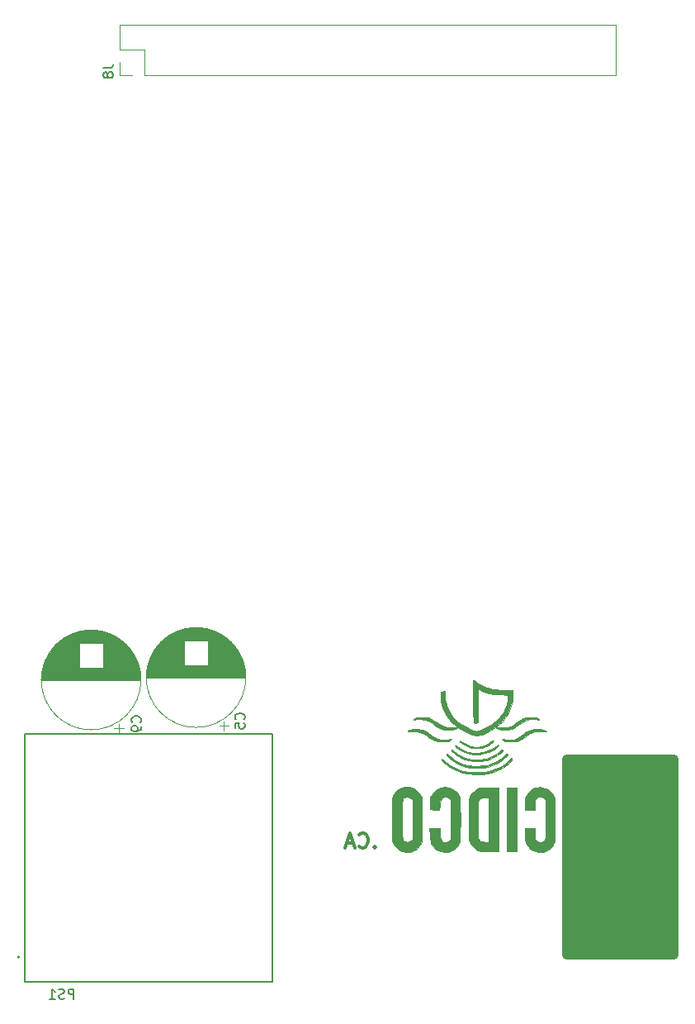
<source format=gbr>
%TF.GenerationSoftware,KiCad,Pcbnew,8.0.6*%
%TF.CreationDate,2025-02-12T15:18:34-05:00*%
%TF.ProjectId,HydroBall,48796472-6f42-4616-9c6c-2e6b69636164,rev?*%
%TF.SameCoordinates,Original*%
%TF.FileFunction,Legend,Bot*%
%TF.FilePolarity,Positive*%
%FSLAX46Y46*%
G04 Gerber Fmt 4.6, Leading zero omitted, Abs format (unit mm)*
G04 Created by KiCad (PCBNEW 8.0.6) date 2025-02-12 15:18:34*
%MOMM*%
%LPD*%
G01*
G04 APERTURE LIST*
%ADD10C,1.000000*%
%ADD11C,0.300000*%
%ADD12C,0.150000*%
%ADD13C,0.120000*%
%ADD14C,0.010000*%
%ADD15C,0.127000*%
%ADD16C,0.200000*%
G04 APERTURE END LIST*
D10*
X165775000Y-116175000D02*
X176725000Y-116175000D01*
X176725000Y-136125000D01*
X165775000Y-136125000D01*
X165775000Y-116175000D01*
G36*
X165775000Y-116175000D02*
G01*
X176725000Y-116175000D01*
X176725000Y-136125000D01*
X165775000Y-136125000D01*
X165775000Y-116175000D01*
G37*
D11*
X146035489Y-125057971D02*
X145964060Y-125129400D01*
X145964060Y-125129400D02*
X146035489Y-125200828D01*
X146035489Y-125200828D02*
X146106917Y-125129400D01*
X146106917Y-125129400D02*
X146035489Y-125057971D01*
X146035489Y-125057971D02*
X146035489Y-125200828D01*
X144464060Y-125057971D02*
X144535488Y-125129400D01*
X144535488Y-125129400D02*
X144749774Y-125200828D01*
X144749774Y-125200828D02*
X144892631Y-125200828D01*
X144892631Y-125200828D02*
X145106917Y-125129400D01*
X145106917Y-125129400D02*
X145249774Y-124986542D01*
X145249774Y-124986542D02*
X145321203Y-124843685D01*
X145321203Y-124843685D02*
X145392631Y-124557971D01*
X145392631Y-124557971D02*
X145392631Y-124343685D01*
X145392631Y-124343685D02*
X145321203Y-124057971D01*
X145321203Y-124057971D02*
X145249774Y-123915114D01*
X145249774Y-123915114D02*
X145106917Y-123772257D01*
X145106917Y-123772257D02*
X144892631Y-123700828D01*
X144892631Y-123700828D02*
X144749774Y-123700828D01*
X144749774Y-123700828D02*
X144535488Y-123772257D01*
X144535488Y-123772257D02*
X144464060Y-123843685D01*
X143892631Y-124772257D02*
X143178346Y-124772257D01*
X144035488Y-125200828D02*
X143535488Y-123700828D01*
X143535488Y-123700828D02*
X143035488Y-125200828D01*
D12*
X132639580Y-112060656D02*
X132687200Y-112013037D01*
X132687200Y-112013037D02*
X132734819Y-111870180D01*
X132734819Y-111870180D02*
X132734819Y-111774942D01*
X132734819Y-111774942D02*
X132687200Y-111632085D01*
X132687200Y-111632085D02*
X132591961Y-111536847D01*
X132591961Y-111536847D02*
X132496723Y-111489228D01*
X132496723Y-111489228D02*
X132306247Y-111441609D01*
X132306247Y-111441609D02*
X132163390Y-111441609D01*
X132163390Y-111441609D02*
X131972914Y-111489228D01*
X131972914Y-111489228D02*
X131877676Y-111536847D01*
X131877676Y-111536847D02*
X131782438Y-111632085D01*
X131782438Y-111632085D02*
X131734819Y-111774942D01*
X131734819Y-111774942D02*
X131734819Y-111870180D01*
X131734819Y-111870180D02*
X131782438Y-112013037D01*
X131782438Y-112013037D02*
X131830057Y-112060656D01*
X131734819Y-112965418D02*
X131734819Y-112489228D01*
X131734819Y-112489228D02*
X132211009Y-112441609D01*
X132211009Y-112441609D02*
X132163390Y-112489228D01*
X132163390Y-112489228D02*
X132115771Y-112584466D01*
X132115771Y-112584466D02*
X132115771Y-112822561D01*
X132115771Y-112822561D02*
X132163390Y-112917799D01*
X132163390Y-112917799D02*
X132211009Y-112965418D01*
X132211009Y-112965418D02*
X132306247Y-113013037D01*
X132306247Y-113013037D02*
X132544342Y-113013037D01*
X132544342Y-113013037D02*
X132639580Y-112965418D01*
X132639580Y-112965418D02*
X132687200Y-112917799D01*
X132687200Y-112917799D02*
X132734819Y-112822561D01*
X132734819Y-112822561D02*
X132734819Y-112584466D01*
X132734819Y-112584466D02*
X132687200Y-112489228D01*
X132687200Y-112489228D02*
X132639580Y-112441609D01*
X115179285Y-140699819D02*
X115179285Y-139699819D01*
X115179285Y-139699819D02*
X114798333Y-139699819D01*
X114798333Y-139699819D02*
X114703095Y-139747438D01*
X114703095Y-139747438D02*
X114655476Y-139795057D01*
X114655476Y-139795057D02*
X114607857Y-139890295D01*
X114607857Y-139890295D02*
X114607857Y-140033152D01*
X114607857Y-140033152D02*
X114655476Y-140128390D01*
X114655476Y-140128390D02*
X114703095Y-140176009D01*
X114703095Y-140176009D02*
X114798333Y-140223628D01*
X114798333Y-140223628D02*
X115179285Y-140223628D01*
X114226904Y-140652200D02*
X114084047Y-140699819D01*
X114084047Y-140699819D02*
X113845952Y-140699819D01*
X113845952Y-140699819D02*
X113750714Y-140652200D01*
X113750714Y-140652200D02*
X113703095Y-140604580D01*
X113703095Y-140604580D02*
X113655476Y-140509342D01*
X113655476Y-140509342D02*
X113655476Y-140414104D01*
X113655476Y-140414104D02*
X113703095Y-140318866D01*
X113703095Y-140318866D02*
X113750714Y-140271247D01*
X113750714Y-140271247D02*
X113845952Y-140223628D01*
X113845952Y-140223628D02*
X114036428Y-140176009D01*
X114036428Y-140176009D02*
X114131666Y-140128390D01*
X114131666Y-140128390D02*
X114179285Y-140080771D01*
X114179285Y-140080771D02*
X114226904Y-139985533D01*
X114226904Y-139985533D02*
X114226904Y-139890295D01*
X114226904Y-139890295D02*
X114179285Y-139795057D01*
X114179285Y-139795057D02*
X114131666Y-139747438D01*
X114131666Y-139747438D02*
X114036428Y-139699819D01*
X114036428Y-139699819D02*
X113798333Y-139699819D01*
X113798333Y-139699819D02*
X113655476Y-139747438D01*
X112703095Y-140699819D02*
X113274523Y-140699819D01*
X112988809Y-140699819D02*
X112988809Y-139699819D01*
X112988809Y-139699819D02*
X113084047Y-139842676D01*
X113084047Y-139842676D02*
X113179285Y-139937914D01*
X113179285Y-139937914D02*
X113274523Y-139985533D01*
X118224819Y-45346666D02*
X118939104Y-45346666D01*
X118939104Y-45346666D02*
X119081961Y-45299047D01*
X119081961Y-45299047D02*
X119177200Y-45203809D01*
X119177200Y-45203809D02*
X119224819Y-45060952D01*
X119224819Y-45060952D02*
X119224819Y-44965714D01*
X118653390Y-45965714D02*
X118605771Y-45870476D01*
X118605771Y-45870476D02*
X118558152Y-45822857D01*
X118558152Y-45822857D02*
X118462914Y-45775238D01*
X118462914Y-45775238D02*
X118415295Y-45775238D01*
X118415295Y-45775238D02*
X118320057Y-45822857D01*
X118320057Y-45822857D02*
X118272438Y-45870476D01*
X118272438Y-45870476D02*
X118224819Y-45965714D01*
X118224819Y-45965714D02*
X118224819Y-46156190D01*
X118224819Y-46156190D02*
X118272438Y-46251428D01*
X118272438Y-46251428D02*
X118320057Y-46299047D01*
X118320057Y-46299047D02*
X118415295Y-46346666D01*
X118415295Y-46346666D02*
X118462914Y-46346666D01*
X118462914Y-46346666D02*
X118558152Y-46299047D01*
X118558152Y-46299047D02*
X118605771Y-46251428D01*
X118605771Y-46251428D02*
X118653390Y-46156190D01*
X118653390Y-46156190D02*
X118653390Y-45965714D01*
X118653390Y-45965714D02*
X118701009Y-45870476D01*
X118701009Y-45870476D02*
X118748628Y-45822857D01*
X118748628Y-45822857D02*
X118843866Y-45775238D01*
X118843866Y-45775238D02*
X119034342Y-45775238D01*
X119034342Y-45775238D02*
X119129580Y-45822857D01*
X119129580Y-45822857D02*
X119177200Y-45870476D01*
X119177200Y-45870476D02*
X119224819Y-45965714D01*
X119224819Y-45965714D02*
X119224819Y-46156190D01*
X119224819Y-46156190D02*
X119177200Y-46251428D01*
X119177200Y-46251428D02*
X119129580Y-46299047D01*
X119129580Y-46299047D02*
X119034342Y-46346666D01*
X119034342Y-46346666D02*
X118843866Y-46346666D01*
X118843866Y-46346666D02*
X118748628Y-46299047D01*
X118748628Y-46299047D02*
X118701009Y-46251428D01*
X118701009Y-46251428D02*
X118653390Y-46156190D01*
X122019580Y-112353333D02*
X122067200Y-112305714D01*
X122067200Y-112305714D02*
X122114819Y-112162857D01*
X122114819Y-112162857D02*
X122114819Y-112067619D01*
X122114819Y-112067619D02*
X122067200Y-111924762D01*
X122067200Y-111924762D02*
X121971961Y-111829524D01*
X121971961Y-111829524D02*
X121876723Y-111781905D01*
X121876723Y-111781905D02*
X121686247Y-111734286D01*
X121686247Y-111734286D02*
X121543390Y-111734286D01*
X121543390Y-111734286D02*
X121352914Y-111781905D01*
X121352914Y-111781905D02*
X121257676Y-111829524D01*
X121257676Y-111829524D02*
X121162438Y-111924762D01*
X121162438Y-111924762D02*
X121114819Y-112067619D01*
X121114819Y-112067619D02*
X121114819Y-112162857D01*
X121114819Y-112162857D02*
X121162438Y-112305714D01*
X121162438Y-112305714D02*
X121210057Y-112353333D01*
X122114819Y-112829524D02*
X122114819Y-113020000D01*
X122114819Y-113020000D02*
X122067200Y-113115238D01*
X122067200Y-113115238D02*
X122019580Y-113162857D01*
X122019580Y-113162857D02*
X121876723Y-113258095D01*
X121876723Y-113258095D02*
X121686247Y-113305714D01*
X121686247Y-113305714D02*
X121305295Y-113305714D01*
X121305295Y-113305714D02*
X121210057Y-113258095D01*
X121210057Y-113258095D02*
X121162438Y-113210476D01*
X121162438Y-113210476D02*
X121114819Y-113115238D01*
X121114819Y-113115238D02*
X121114819Y-112924762D01*
X121114819Y-112924762D02*
X121162438Y-112829524D01*
X121162438Y-112829524D02*
X121210057Y-112781905D01*
X121210057Y-112781905D02*
X121305295Y-112734286D01*
X121305295Y-112734286D02*
X121543390Y-112734286D01*
X121543390Y-112734286D02*
X121638628Y-112781905D01*
X121638628Y-112781905D02*
X121686247Y-112829524D01*
X121686247Y-112829524D02*
X121733866Y-112924762D01*
X121733866Y-112924762D02*
X121733866Y-113115238D01*
X121733866Y-113115238D02*
X121686247Y-113210476D01*
X121686247Y-113210476D02*
X121638628Y-113258095D01*
X121638628Y-113258095D02*
X121543390Y-113305714D01*
D13*
%TO.C,C5*%
X126489000Y-104049000D02*
X124252000Y-104049000D01*
X126489000Y-104089000D02*
X124210000Y-104089000D01*
X126489000Y-104129000D02*
X124169000Y-104129000D01*
X126489000Y-104169000D02*
X124129000Y-104169000D01*
X126489000Y-104209000D02*
X124090000Y-104209000D01*
X126489000Y-104249000D02*
X124051000Y-104249000D01*
X126489000Y-104289000D02*
X124014000Y-104289000D01*
X126489000Y-104329000D02*
X123977000Y-104329000D01*
X126489000Y-104369000D02*
X123941000Y-104369000D01*
X126489000Y-104409000D02*
X123906000Y-104409000D01*
X126489000Y-104449000D02*
X123872000Y-104449000D01*
X126489000Y-104489000D02*
X123838000Y-104489000D01*
X126489000Y-104529000D02*
X123805000Y-104529000D01*
X126489000Y-104569000D02*
X123773000Y-104569000D01*
X126489000Y-104609000D02*
X123741000Y-104609000D01*
X126489000Y-104649000D02*
X123710000Y-104649000D01*
X126489000Y-104689000D02*
X123680000Y-104689000D01*
X126489000Y-104729000D02*
X123650000Y-104729000D01*
X126489000Y-104769000D02*
X123620000Y-104769000D01*
X126489000Y-104809000D02*
X123592000Y-104809000D01*
X126489000Y-104849000D02*
X123564000Y-104849000D01*
X126489000Y-104889000D02*
X123536000Y-104889000D01*
X126489000Y-104929000D02*
X123509000Y-104929000D01*
X126489000Y-104969000D02*
X123483000Y-104969000D01*
X126489000Y-105009000D02*
X123457000Y-105009000D01*
X126489000Y-105049000D02*
X123432000Y-105049000D01*
X126489000Y-105089000D02*
X123407000Y-105089000D01*
X126489000Y-105129000D02*
X123383000Y-105129000D01*
X126489000Y-105169000D02*
X123359000Y-105169000D01*
X126489000Y-105209000D02*
X123335000Y-105209000D01*
X126489000Y-105249000D02*
X123313000Y-105249000D01*
X126489000Y-105289000D02*
X123290000Y-105289000D01*
X126489000Y-105329000D02*
X123268000Y-105329000D01*
X126489000Y-105369000D02*
X123247000Y-105369000D01*
X126489000Y-105409000D02*
X123226000Y-105409000D01*
X126489000Y-105449000D02*
X123205000Y-105449000D01*
X126489000Y-105489000D02*
X123185000Y-105489000D01*
X126489000Y-105529000D02*
X123166000Y-105529000D01*
X126489000Y-105569000D02*
X123146000Y-105569000D01*
X126489000Y-105609000D02*
X123127000Y-105609000D01*
X126489000Y-105649000D02*
X123109000Y-105649000D01*
X126489000Y-105689000D02*
X123091000Y-105689000D01*
X126489000Y-105729000D02*
X123073000Y-105729000D01*
X126489000Y-105769000D02*
X123056000Y-105769000D01*
X126489000Y-105809000D02*
X123040000Y-105809000D01*
X126489000Y-105849000D02*
X123023000Y-105849000D01*
X126489000Y-105889000D02*
X123007000Y-105889000D01*
X126489000Y-105929000D02*
X122992000Y-105929000D01*
X126489000Y-105969000D02*
X122976000Y-105969000D01*
X126489000Y-106009000D02*
X122962000Y-106009000D01*
X126489000Y-106049000D02*
X122947000Y-106049000D01*
X126489000Y-106089000D02*
X122933000Y-106089000D01*
X126489000Y-106129000D02*
X122919000Y-106129000D01*
X126489000Y-106169000D02*
X122906000Y-106169000D01*
X126489000Y-106209000D02*
X122893000Y-106209000D01*
X126489000Y-106249000D02*
X122880000Y-106249000D01*
X126489000Y-106289000D02*
X122868000Y-106289000D01*
X126489000Y-106329000D02*
X122856000Y-106329000D01*
X126489000Y-106369000D02*
X122845000Y-106369000D01*
X126489000Y-106409000D02*
X122833000Y-106409000D01*
X126489000Y-106449000D02*
X122823000Y-106449000D01*
X126489000Y-106489000D02*
X122812000Y-106489000D01*
X128329000Y-102689000D02*
X127131000Y-102689000D01*
X128592000Y-102729000D02*
X126868000Y-102729000D01*
X128792000Y-102769000D02*
X126668000Y-102769000D01*
X128960000Y-102809000D02*
X126500000Y-102809000D01*
X129108000Y-102849000D02*
X126352000Y-102849000D01*
X129240000Y-102889000D02*
X126220000Y-102889000D01*
X129360000Y-102929000D02*
X126100000Y-102929000D01*
X129472000Y-102969000D02*
X125988000Y-102969000D01*
X129576000Y-103009000D02*
X125884000Y-103009000D01*
X129674000Y-103049000D02*
X125786000Y-103049000D01*
X129767000Y-103089000D02*
X125693000Y-103089000D01*
X129855000Y-103129000D02*
X125605000Y-103129000D01*
X129939000Y-103169000D02*
X125521000Y-103169000D01*
X130019000Y-103209000D02*
X125441000Y-103209000D01*
X130095000Y-103249000D02*
X125365000Y-103249000D01*
X130169000Y-103289000D02*
X125291000Y-103289000D01*
X130240000Y-103329000D02*
X125220000Y-103329000D01*
X130309000Y-103369000D02*
X125151000Y-103369000D01*
X130375000Y-103409000D02*
X125085000Y-103409000D01*
X130439000Y-103449000D02*
X125021000Y-103449000D01*
X130500000Y-103489000D02*
X124960000Y-103489000D01*
X130560000Y-103529000D02*
X124900000Y-103529000D01*
X130605000Y-113249646D02*
X130605000Y-112249646D01*
X130619000Y-103569000D02*
X124841000Y-103569000D01*
X130675000Y-103609000D02*
X124785000Y-103609000D01*
X130730000Y-103649000D02*
X124730000Y-103649000D01*
X130784000Y-103689000D02*
X124676000Y-103689000D01*
X130836000Y-103729000D02*
X124624000Y-103729000D01*
X130886000Y-103769000D02*
X124574000Y-103769000D01*
X130936000Y-103809000D02*
X124524000Y-103809000D01*
X130984000Y-103849000D02*
X124476000Y-103849000D01*
X131031000Y-103889000D02*
X124429000Y-103889000D01*
X131077000Y-103929000D02*
X124383000Y-103929000D01*
X131105000Y-112749646D02*
X130105000Y-112749646D01*
X131122000Y-103969000D02*
X124338000Y-103969000D01*
X131166000Y-104009000D02*
X124294000Y-104009000D01*
X131208000Y-104049000D02*
X128971000Y-104049000D01*
X131250000Y-104089000D02*
X128971000Y-104089000D01*
X131291000Y-104129000D02*
X128971000Y-104129000D01*
X131331000Y-104169000D02*
X128971000Y-104169000D01*
X131370000Y-104209000D02*
X128971000Y-104209000D01*
X131409000Y-104249000D02*
X128971000Y-104249000D01*
X131446000Y-104289000D02*
X128971000Y-104289000D01*
X131483000Y-104329000D02*
X128971000Y-104329000D01*
X131519000Y-104369000D02*
X128971000Y-104369000D01*
X131554000Y-104409000D02*
X128971000Y-104409000D01*
X131588000Y-104449000D02*
X128971000Y-104449000D01*
X131622000Y-104489000D02*
X128971000Y-104489000D01*
X131655000Y-104529000D02*
X128971000Y-104529000D01*
X131687000Y-104569000D02*
X128971000Y-104569000D01*
X131719000Y-104609000D02*
X128971000Y-104609000D01*
X131750000Y-104649000D02*
X128971000Y-104649000D01*
X131780000Y-104689000D02*
X128971000Y-104689000D01*
X131810000Y-104729000D02*
X128971000Y-104729000D01*
X131840000Y-104769000D02*
X128971000Y-104769000D01*
X131868000Y-104809000D02*
X128971000Y-104809000D01*
X131896000Y-104849000D02*
X128971000Y-104849000D01*
X131924000Y-104889000D02*
X128971000Y-104889000D01*
X131951000Y-104929000D02*
X128971000Y-104929000D01*
X131977000Y-104969000D02*
X128971000Y-104969000D01*
X132003000Y-105009000D02*
X128971000Y-105009000D01*
X132028000Y-105049000D02*
X128971000Y-105049000D01*
X132053000Y-105089000D02*
X128971000Y-105089000D01*
X132077000Y-105129000D02*
X128971000Y-105129000D01*
X132101000Y-105169000D02*
X128971000Y-105169000D01*
X132125000Y-105209000D02*
X128971000Y-105209000D01*
X132147000Y-105249000D02*
X128971000Y-105249000D01*
X132170000Y-105289000D02*
X128971000Y-105289000D01*
X132192000Y-105329000D02*
X128971000Y-105329000D01*
X132213000Y-105369000D02*
X128971000Y-105369000D01*
X132234000Y-105409000D02*
X128971000Y-105409000D01*
X132255000Y-105449000D02*
X128971000Y-105449000D01*
X132275000Y-105489000D02*
X128971000Y-105489000D01*
X132294000Y-105529000D02*
X128971000Y-105529000D01*
X132314000Y-105569000D02*
X128971000Y-105569000D01*
X132333000Y-105609000D02*
X128971000Y-105609000D01*
X132351000Y-105649000D02*
X128971000Y-105649000D01*
X132369000Y-105689000D02*
X128971000Y-105689000D01*
X132387000Y-105729000D02*
X128971000Y-105729000D01*
X132404000Y-105769000D02*
X128971000Y-105769000D01*
X132420000Y-105809000D02*
X128971000Y-105809000D01*
X132437000Y-105849000D02*
X128971000Y-105849000D01*
X132453000Y-105889000D02*
X128971000Y-105889000D01*
X132468000Y-105929000D02*
X128971000Y-105929000D01*
X132484000Y-105969000D02*
X128971000Y-105969000D01*
X132498000Y-106009000D02*
X128971000Y-106009000D01*
X132513000Y-106049000D02*
X128971000Y-106049000D01*
X132527000Y-106089000D02*
X128971000Y-106089000D01*
X132541000Y-106129000D02*
X128971000Y-106129000D01*
X132554000Y-106169000D02*
X128971000Y-106169000D01*
X132567000Y-106209000D02*
X128971000Y-106209000D01*
X132580000Y-106249000D02*
X128971000Y-106249000D01*
X132592000Y-106289000D02*
X128971000Y-106289000D01*
X132604000Y-106329000D02*
X128971000Y-106329000D01*
X132615000Y-106369000D02*
X128971000Y-106369000D01*
X132627000Y-106409000D02*
X128971000Y-106409000D01*
X132637000Y-106449000D02*
X128971000Y-106449000D01*
X132648000Y-106489000D02*
X128971000Y-106489000D01*
X132658000Y-106529000D02*
X122802000Y-106529000D01*
X132668000Y-106569000D02*
X122792000Y-106569000D01*
X132677000Y-106609000D02*
X122783000Y-106609000D01*
X132686000Y-106649000D02*
X122774000Y-106649000D01*
X132695000Y-106689000D02*
X122765000Y-106689000D01*
X132704000Y-106729000D02*
X122756000Y-106729000D01*
X132712000Y-106769000D02*
X122748000Y-106769000D01*
X132720000Y-106809000D02*
X122740000Y-106809000D01*
X132727000Y-106849000D02*
X122733000Y-106849000D01*
X132734000Y-106889000D02*
X122726000Y-106889000D01*
X132741000Y-106929000D02*
X122719000Y-106929000D01*
X132748000Y-106969000D02*
X122712000Y-106969000D01*
X132754000Y-107009000D02*
X122706000Y-107009000D01*
X132760000Y-107049000D02*
X122700000Y-107049000D01*
X132765000Y-107090000D02*
X122695000Y-107090000D01*
X132770000Y-107130000D02*
X122690000Y-107130000D01*
X132775000Y-107170000D02*
X122685000Y-107170000D01*
X132780000Y-107210000D02*
X122680000Y-107210000D01*
X132784000Y-107250000D02*
X122676000Y-107250000D01*
X132788000Y-107290000D02*
X122672000Y-107290000D01*
X132792000Y-107330000D02*
X122668000Y-107330000D01*
X132795000Y-107370000D02*
X122665000Y-107370000D01*
X132798000Y-107410000D02*
X122662000Y-107410000D01*
X132800000Y-107450000D02*
X122660000Y-107450000D01*
X132803000Y-107490000D02*
X122657000Y-107490000D01*
X132805000Y-107530000D02*
X122655000Y-107530000D01*
X132807000Y-107570000D02*
X122653000Y-107570000D01*
X132808000Y-107610000D02*
X122652000Y-107610000D01*
X132809000Y-107650000D02*
X122651000Y-107650000D01*
X132810000Y-107690000D02*
X122650000Y-107690000D01*
X132810000Y-107730000D02*
X122650000Y-107730000D01*
X132810000Y-107770000D02*
X122650000Y-107770000D01*
X132850000Y-107770000D02*
G75*
G02*
X122610000Y-107770000I-5120000J0D01*
G01*
X122610000Y-107770000D02*
G75*
G02*
X132850000Y-107770000I5120000J0D01*
G01*
D14*
%TO.C,logo1*%
X160640522Y-125588143D02*
X159624522Y-125588143D01*
X159624522Y-119085743D01*
X160640522Y-119085743D01*
X160640522Y-125588143D01*
G36*
X160640522Y-125588143D02*
G01*
X159624522Y-125588143D01*
X159624522Y-119085743D01*
X160640522Y-119085743D01*
X160640522Y-125588143D01*
G37*
X158721166Y-114700432D02*
X158712512Y-114764649D01*
X158625388Y-114879270D01*
X158435628Y-115045321D01*
X158121394Y-115243186D01*
X157751352Y-115413416D01*
X157351089Y-115544643D01*
X156946189Y-115625498D01*
X156795638Y-115641349D01*
X156286823Y-115643754D01*
X155781340Y-115573140D01*
X155300372Y-115435098D01*
X154865105Y-115235217D01*
X154496725Y-114979090D01*
X154472369Y-114957690D01*
X154349466Y-114829156D01*
X154301746Y-114741742D01*
X154324302Y-114706435D01*
X154412226Y-114734223D01*
X154560608Y-114836092D01*
X154624089Y-114885338D01*
X154817228Y-115021700D01*
X155001722Y-115137059D01*
X155183710Y-115230378D01*
X155647960Y-115394809D01*
X156144939Y-115481401D01*
X156656542Y-115491870D01*
X157164665Y-115427929D01*
X157651206Y-115291296D01*
X158098060Y-115083684D01*
X158487124Y-114806810D01*
X158556688Y-114751307D01*
X158664756Y-114693643D01*
X158721166Y-114700432D01*
G36*
X158721166Y-114700432D02*
G01*
X158712512Y-114764649D01*
X158625388Y-114879270D01*
X158435628Y-115045321D01*
X158121394Y-115243186D01*
X157751352Y-115413416D01*
X157351089Y-115544643D01*
X156946189Y-115625498D01*
X156795638Y-115641349D01*
X156286823Y-115643754D01*
X155781340Y-115573140D01*
X155300372Y-115435098D01*
X154865105Y-115235217D01*
X154496725Y-114979090D01*
X154472369Y-114957690D01*
X154349466Y-114829156D01*
X154301746Y-114741742D01*
X154324302Y-114706435D01*
X154412226Y-114734223D01*
X154560608Y-114836092D01*
X154624089Y-114885338D01*
X154817228Y-115021700D01*
X155001722Y-115137059D01*
X155183710Y-115230378D01*
X155647960Y-115394809D01*
X156144939Y-115481401D01*
X156656542Y-115491870D01*
X157164665Y-115427929D01*
X157651206Y-115291296D01*
X158098060Y-115083684D01*
X158487124Y-114806810D01*
X158556688Y-114751307D01*
X158664756Y-114693643D01*
X158721166Y-114700432D01*
G37*
X158235000Y-114255291D02*
X158183221Y-114339091D01*
X158057333Y-114466726D01*
X158008861Y-114508028D01*
X157729198Y-114700004D01*
X157409644Y-114861320D01*
X157099840Y-114966090D01*
X157084724Y-114969404D01*
X156928405Y-114991571D01*
X156717425Y-115008460D01*
X156492974Y-115016640D01*
X156474144Y-115016812D01*
X155986038Y-114974985D01*
X155535133Y-114840961D01*
X155109088Y-114611123D01*
X155012071Y-114545654D01*
X154863921Y-114438940D01*
X154783475Y-114364735D01*
X154757686Y-114309355D01*
X154773510Y-114259116D01*
X154801975Y-114251752D01*
X154892526Y-114291967D01*
X155021357Y-114384737D01*
X155181846Y-114501998D01*
X155540068Y-114693120D01*
X155934653Y-114828884D01*
X156334337Y-114899805D01*
X156707857Y-114896399D01*
X156919173Y-114863591D01*
X157304253Y-114758618D01*
X157656473Y-114590074D01*
X158011603Y-114342772D01*
X158130916Y-114258993D01*
X158216341Y-114225275D01*
X158235000Y-114255291D01*
G36*
X158235000Y-114255291D02*
G01*
X158183221Y-114339091D01*
X158057333Y-114466726D01*
X158008861Y-114508028D01*
X157729198Y-114700004D01*
X157409644Y-114861320D01*
X157099840Y-114966090D01*
X157084724Y-114969404D01*
X156928405Y-114991571D01*
X156717425Y-115008460D01*
X156492974Y-115016640D01*
X156474144Y-115016812D01*
X155986038Y-114974985D01*
X155535133Y-114840961D01*
X155109088Y-114611123D01*
X155012071Y-114545654D01*
X154863921Y-114438940D01*
X154783475Y-114364735D01*
X154757686Y-114309355D01*
X154773510Y-114259116D01*
X154801975Y-114251752D01*
X154892526Y-114291967D01*
X155021357Y-114384737D01*
X155181846Y-114501998D01*
X155540068Y-114693120D01*
X155934653Y-114828884D01*
X156334337Y-114899805D01*
X156707857Y-114896399D01*
X156919173Y-114863591D01*
X157304253Y-114758618D01*
X157656473Y-114590074D01*
X158011603Y-114342772D01*
X158130916Y-114258993D01*
X158216341Y-114225275D01*
X158235000Y-114255291D01*
G37*
X159165218Y-115199242D02*
X159150264Y-115276263D01*
X159062341Y-115396723D01*
X158906074Y-115552012D01*
X158701677Y-115712211D01*
X158351547Y-115921906D01*
X157952325Y-116102611D01*
X157534529Y-116239042D01*
X157327098Y-116284145D01*
X156985325Y-116325231D01*
X156571949Y-116339745D01*
X156200410Y-116329554D01*
X155708289Y-116267713D01*
X155253569Y-116144179D01*
X154806061Y-115952329D01*
X154660962Y-115873233D01*
X154448622Y-115738229D01*
X154251461Y-115593050D01*
X154087865Y-115452613D01*
X153976223Y-115331836D01*
X153934922Y-115245635D01*
X153945712Y-115192442D01*
X153994612Y-115184329D01*
X154091591Y-115244826D01*
X154246002Y-115377910D01*
X154320467Y-115441815D01*
X154600112Y-115636332D01*
X154936395Y-115820201D01*
X155296061Y-115976544D01*
X155645856Y-116088479D01*
X155965147Y-116149129D01*
X156428375Y-116185873D01*
X156903920Y-116174035D01*
X157347901Y-116112985D01*
X157536997Y-116065642D01*
X157891673Y-115941477D01*
X158242659Y-115779522D01*
X158557470Y-115595568D01*
X158803621Y-115405405D01*
X158932558Y-115291863D01*
X159044584Y-115206701D01*
X159109091Y-115174143D01*
X159165218Y-115199242D01*
G36*
X159165218Y-115199242D02*
G01*
X159150264Y-115276263D01*
X159062341Y-115396723D01*
X158906074Y-115552012D01*
X158701677Y-115712211D01*
X158351547Y-115921906D01*
X157952325Y-116102611D01*
X157534529Y-116239042D01*
X157327098Y-116284145D01*
X156985325Y-116325231D01*
X156571949Y-116339745D01*
X156200410Y-116329554D01*
X155708289Y-116267713D01*
X155253569Y-116144179D01*
X154806061Y-115952329D01*
X154660962Y-115873233D01*
X154448622Y-115738229D01*
X154251461Y-115593050D01*
X154087865Y-115452613D01*
X153976223Y-115331836D01*
X153934922Y-115245635D01*
X153945712Y-115192442D01*
X153994612Y-115184329D01*
X154091591Y-115244826D01*
X154246002Y-115377910D01*
X154320467Y-115441815D01*
X154600112Y-115636332D01*
X154936395Y-115820201D01*
X155296061Y-115976544D01*
X155645856Y-116088479D01*
X155965147Y-116149129D01*
X156428375Y-116185873D01*
X156903920Y-116174035D01*
X157347901Y-116112985D01*
X157536997Y-116065642D01*
X157891673Y-115941477D01*
X158242659Y-115779522D01*
X158557470Y-115595568D01*
X158803621Y-115405405D01*
X158932558Y-115291863D01*
X159044584Y-115206701D01*
X159109091Y-115174143D01*
X159165218Y-115199242D01*
G37*
X163088986Y-113060020D02*
X163337476Y-113114376D01*
X163517125Y-113210964D01*
X163647212Y-113322860D01*
X163113448Y-113303102D01*
X163044152Y-113300721D01*
X162791856Y-113297737D01*
X162598918Y-113309512D01*
X162431373Y-113339539D01*
X162255256Y-113391306D01*
X162134877Y-113432977D01*
X162002893Y-113486815D01*
X161877733Y-113552606D01*
X161737932Y-113643324D01*
X161562025Y-113771942D01*
X161328550Y-113951433D01*
X161165198Y-114065781D01*
X160957265Y-114187255D01*
X160776134Y-114269950D01*
X160646990Y-114304965D01*
X160411292Y-114339511D01*
X160141043Y-114355727D01*
X159863212Y-114354041D01*
X159604771Y-114334879D01*
X159392690Y-114298670D01*
X159253940Y-114245840D01*
X159175046Y-114186630D01*
X159120592Y-114115589D01*
X159147714Y-114080401D01*
X159256222Y-114093675D01*
X159287786Y-114100519D01*
X159430514Y-114116948D01*
X159629919Y-114128337D01*
X159853122Y-114132543D01*
X160041738Y-114129118D01*
X160282315Y-114107831D01*
X160496305Y-114059433D01*
X160703641Y-113975230D01*
X160924257Y-113846530D01*
X161178089Y-113664638D01*
X161485071Y-113420862D01*
X161600319Y-113340483D01*
X161855985Y-113218494D01*
X162155153Y-113127133D01*
X162475356Y-113068719D01*
X162794123Y-113045574D01*
X163088986Y-113060020D01*
G36*
X163088986Y-113060020D02*
G01*
X163337476Y-113114376D01*
X163517125Y-113210964D01*
X163647212Y-113322860D01*
X163113448Y-113303102D01*
X163044152Y-113300721D01*
X162791856Y-113297737D01*
X162598918Y-113309512D01*
X162431373Y-113339539D01*
X162255256Y-113391306D01*
X162134877Y-113432977D01*
X162002893Y-113486815D01*
X161877733Y-113552606D01*
X161737932Y-113643324D01*
X161562025Y-113771942D01*
X161328550Y-113951433D01*
X161165198Y-114065781D01*
X160957265Y-114187255D01*
X160776134Y-114269950D01*
X160646990Y-114304965D01*
X160411292Y-114339511D01*
X160141043Y-114355727D01*
X159863212Y-114354041D01*
X159604771Y-114334879D01*
X159392690Y-114298670D01*
X159253940Y-114245840D01*
X159175046Y-114186630D01*
X159120592Y-114115589D01*
X159147714Y-114080401D01*
X159256222Y-114093675D01*
X159287786Y-114100519D01*
X159430514Y-114116948D01*
X159629919Y-114128337D01*
X159853122Y-114132543D01*
X160041738Y-114129118D01*
X160282315Y-114107831D01*
X160496305Y-114059433D01*
X160703641Y-113975230D01*
X160924257Y-113846530D01*
X161178089Y-113664638D01*
X161485071Y-113420862D01*
X161600319Y-113340483D01*
X161855985Y-113218494D01*
X162155153Y-113127133D01*
X162475356Y-113068719D01*
X162794123Y-113045574D01*
X163088986Y-113060020D01*
G37*
X150517067Y-113077025D02*
X150778510Y-113107123D01*
X150995173Y-113155084D01*
X151153292Y-113217787D01*
X151381360Y-113339596D01*
X151596953Y-113484703D01*
X151603621Y-113489804D01*
X151900561Y-113709516D01*
X152143689Y-113870535D01*
X152352783Y-113983581D01*
X152547621Y-114059374D01*
X152747981Y-114108637D01*
X152867442Y-114126836D01*
X153197806Y-114145243D01*
X153537303Y-114127373D01*
X153833322Y-114074864D01*
X153917203Y-114055038D01*
X153927142Y-114073826D01*
X153862854Y-114150935D01*
X153754706Y-114238777D01*
X153608854Y-114309347D01*
X153532660Y-114323516D01*
X153361441Y-114337577D01*
X153138777Y-114344368D01*
X152893522Y-114342550D01*
X152835621Y-114340815D01*
X152511529Y-114319421D01*
X152254717Y-114272980D01*
X152036189Y-114191137D01*
X151826950Y-114063536D01*
X151598003Y-113879818D01*
X151444273Y-113759264D01*
X151210191Y-113602617D01*
X150988522Y-113478920D01*
X150884634Y-113429981D01*
X150758223Y-113378506D01*
X150636808Y-113346213D01*
X150493743Y-113328653D01*
X150302382Y-113321379D01*
X150036076Y-113319943D01*
X149811554Y-113318056D01*
X149599429Y-113308499D01*
X149477901Y-113288615D01*
X149440808Y-113255919D01*
X149481987Y-113207923D01*
X149595274Y-113142143D01*
X149598365Y-113140587D01*
X149751492Y-113096572D01*
X149974814Y-113071484D01*
X150239587Y-113065057D01*
X150517067Y-113077025D01*
G36*
X150517067Y-113077025D02*
G01*
X150778510Y-113107123D01*
X150995173Y-113155084D01*
X151153292Y-113217787D01*
X151381360Y-113339596D01*
X151596953Y-113484703D01*
X151603621Y-113489804D01*
X151900561Y-113709516D01*
X152143689Y-113870535D01*
X152352783Y-113983581D01*
X152547621Y-114059374D01*
X152747981Y-114108637D01*
X152867442Y-114126836D01*
X153197806Y-114145243D01*
X153537303Y-114127373D01*
X153833322Y-114074864D01*
X153917203Y-114055038D01*
X153927142Y-114073826D01*
X153862854Y-114150935D01*
X153754706Y-114238777D01*
X153608854Y-114309347D01*
X153532660Y-114323516D01*
X153361441Y-114337577D01*
X153138777Y-114344368D01*
X152893522Y-114342550D01*
X152835621Y-114340815D01*
X152511529Y-114319421D01*
X152254717Y-114272980D01*
X152036189Y-114191137D01*
X151826950Y-114063536D01*
X151598003Y-113879818D01*
X151444273Y-113759264D01*
X151210191Y-113602617D01*
X150988522Y-113478920D01*
X150884634Y-113429981D01*
X150758223Y-113378506D01*
X150636808Y-113346213D01*
X150493743Y-113328653D01*
X150302382Y-113321379D01*
X150036076Y-113319943D01*
X149811554Y-113318056D01*
X149599429Y-113308499D01*
X149477901Y-113288615D01*
X149440808Y-113255919D01*
X149481987Y-113207923D01*
X149595274Y-113142143D01*
X149598365Y-113140587D01*
X149751492Y-113096572D01*
X149974814Y-113071484D01*
X150239587Y-113065057D01*
X150517067Y-113077025D01*
G37*
X160133125Y-116063868D02*
X160145389Y-116082356D01*
X160148337Y-116133711D01*
X160106087Y-116207559D01*
X160008345Y-116318846D01*
X159844816Y-116482522D01*
X159403006Y-116850402D01*
X158865287Y-117174522D01*
X158259606Y-117430557D01*
X157592522Y-117615208D01*
X157027808Y-117698937D01*
X156363439Y-117716337D01*
X155691766Y-117654966D01*
X155034024Y-117518134D01*
X154411450Y-117309149D01*
X153845279Y-117031321D01*
X153770657Y-116985291D01*
X153585119Y-116855928D01*
X153393105Y-116705711D01*
X153212547Y-116550477D01*
X153061377Y-116406067D01*
X152957525Y-116288318D01*
X152918922Y-116213069D01*
X152920667Y-116182938D01*
X152955557Y-116124393D01*
X153038717Y-116140457D01*
X153174736Y-116233081D01*
X153368200Y-116404217D01*
X153674305Y-116655894D01*
X154119466Y-116935033D01*
X154617710Y-117169161D01*
X155143456Y-117344725D01*
X155273756Y-117378374D01*
X155466586Y-117421076D01*
X155653777Y-117449892D01*
X155862129Y-117467618D01*
X156118444Y-117477050D01*
X156449522Y-117480983D01*
X156598179Y-117481084D01*
X157035988Y-117469255D01*
X157409213Y-117435237D01*
X157745294Y-117374474D01*
X158071671Y-117282410D01*
X158415785Y-117154488D01*
X158491855Y-117122892D01*
X158927415Y-116910060D01*
X159316967Y-116654601D01*
X159701420Y-116330288D01*
X159814440Y-116226485D01*
X159950090Y-116109607D01*
X160038374Y-116049744D01*
X160094363Y-116037598D01*
X160133125Y-116063868D01*
G36*
X160133125Y-116063868D02*
G01*
X160145389Y-116082356D01*
X160148337Y-116133711D01*
X160106087Y-116207559D01*
X160008345Y-116318846D01*
X159844816Y-116482522D01*
X159403006Y-116850402D01*
X158865287Y-117174522D01*
X158259606Y-117430557D01*
X157592522Y-117615208D01*
X157027808Y-117698937D01*
X156363439Y-117716337D01*
X155691766Y-117654966D01*
X155034024Y-117518134D01*
X154411450Y-117309149D01*
X153845279Y-117031321D01*
X153770657Y-116985291D01*
X153585119Y-116855928D01*
X153393105Y-116705711D01*
X153212547Y-116550477D01*
X153061377Y-116406067D01*
X152957525Y-116288318D01*
X152918922Y-116213069D01*
X152920667Y-116182938D01*
X152955557Y-116124393D01*
X153038717Y-116140457D01*
X153174736Y-116233081D01*
X153368200Y-116404217D01*
X153674305Y-116655894D01*
X154119466Y-116935033D01*
X154617710Y-117169161D01*
X155143456Y-117344725D01*
X155273756Y-117378374D01*
X155466586Y-117421076D01*
X155653777Y-117449892D01*
X155862129Y-117467618D01*
X156118444Y-117477050D01*
X156449522Y-117480983D01*
X156598179Y-117481084D01*
X157035988Y-117469255D01*
X157409213Y-117435237D01*
X157745294Y-117374474D01*
X158071671Y-117282410D01*
X158415785Y-117154488D01*
X158491855Y-117122892D01*
X158927415Y-116910060D01*
X159316967Y-116654601D01*
X159701420Y-116330288D01*
X159814440Y-116226485D01*
X159950090Y-116109607D01*
X160038374Y-116049744D01*
X160094363Y-116037598D01*
X160133125Y-116063868D01*
G37*
X159675322Y-115645684D02*
X159658239Y-115692581D01*
X159576545Y-115802292D01*
X159443783Y-115943304D01*
X159278193Y-116097919D01*
X159098015Y-116248436D01*
X158921491Y-116377156D01*
X158840769Y-116429216D01*
X158493435Y-116619783D01*
X158107230Y-116777199D01*
X157661433Y-116908951D01*
X157135322Y-117022526D01*
X157134427Y-117022690D01*
X157034104Y-117030498D01*
X156857353Y-117034418D01*
X156628863Y-117034218D01*
X156373322Y-117029666D01*
X155851296Y-116995737D01*
X155387022Y-116917571D01*
X154953651Y-116787861D01*
X154519122Y-116599162D01*
X154497213Y-116588216D01*
X154238647Y-116444347D01*
X153994257Y-116283845D01*
X153776448Y-116117764D01*
X153597626Y-115957163D01*
X153470197Y-115813098D01*
X153406568Y-115696625D01*
X153419143Y-115618802D01*
X153432393Y-115609875D01*
X153497342Y-115620421D01*
X153605789Y-115695110D01*
X153768580Y-115840833D01*
X153811308Y-115880739D01*
X154205785Y-116194708D01*
X154646654Y-116447960D01*
X155159052Y-116655219D01*
X155285167Y-116697506D01*
X155444651Y-116746334D01*
X155588358Y-116779925D01*
X155739763Y-116801239D01*
X155922343Y-116813235D01*
X156159571Y-116818872D01*
X156474922Y-116821110D01*
X156698137Y-116820862D01*
X157055565Y-116811517D01*
X157351554Y-116786033D01*
X157612151Y-116739037D01*
X157863404Y-116665153D01*
X158131362Y-116559008D01*
X158442073Y-116415225D01*
X158462497Y-116405309D01*
X158884088Y-116164528D01*
X159235946Y-115884866D01*
X159301328Y-115824406D01*
X159474855Y-115674967D01*
X159590628Y-115597763D01*
X159655249Y-115589200D01*
X159675322Y-115645684D01*
G36*
X159675322Y-115645684D02*
G01*
X159658239Y-115692581D01*
X159576545Y-115802292D01*
X159443783Y-115943304D01*
X159278193Y-116097919D01*
X159098015Y-116248436D01*
X158921491Y-116377156D01*
X158840769Y-116429216D01*
X158493435Y-116619783D01*
X158107230Y-116777199D01*
X157661433Y-116908951D01*
X157135322Y-117022526D01*
X157134427Y-117022690D01*
X157034104Y-117030498D01*
X156857353Y-117034418D01*
X156628863Y-117034218D01*
X156373322Y-117029666D01*
X155851296Y-116995737D01*
X155387022Y-116917571D01*
X154953651Y-116787861D01*
X154519122Y-116599162D01*
X154497213Y-116588216D01*
X154238647Y-116444347D01*
X153994257Y-116283845D01*
X153776448Y-116117764D01*
X153597626Y-115957163D01*
X153470197Y-115813098D01*
X153406568Y-115696625D01*
X153419143Y-115618802D01*
X153432393Y-115609875D01*
X153497342Y-115620421D01*
X153605789Y-115695110D01*
X153768580Y-115840833D01*
X153811308Y-115880739D01*
X154205785Y-116194708D01*
X154646654Y-116447960D01*
X155159052Y-116655219D01*
X155285167Y-116697506D01*
X155444651Y-116746334D01*
X155588358Y-116779925D01*
X155739763Y-116801239D01*
X155922343Y-116813235D01*
X156159571Y-116818872D01*
X156474922Y-116821110D01*
X156698137Y-116820862D01*
X157055565Y-116811517D01*
X157351554Y-116786033D01*
X157612151Y-116739037D01*
X157863404Y-116665153D01*
X158131362Y-116559008D01*
X158442073Y-116415225D01*
X158462497Y-116405309D01*
X158884088Y-116164528D01*
X159235946Y-115884866D01*
X159301328Y-115824406D01*
X159474855Y-115674967D01*
X159590628Y-115597763D01*
X159655249Y-115589200D01*
X159675322Y-115645684D01*
G37*
X158760922Y-125588143D02*
X157881143Y-125588143D01*
X157850050Y-125588127D01*
X157448128Y-125583639D01*
X157129913Y-125568496D01*
X156878858Y-125538811D01*
X156678413Y-125490699D01*
X156512032Y-125420274D01*
X156363167Y-125323649D01*
X156215269Y-125196939D01*
X156104740Y-125080601D01*
X155946940Y-124876898D01*
X155827841Y-124680069D01*
X155687522Y-124394343D01*
X155687522Y-122336943D01*
X155688209Y-121818988D01*
X155690611Y-121357372D01*
X155694984Y-120981148D01*
X155701577Y-120681955D01*
X155707618Y-120528385D01*
X156623806Y-120528385D01*
X156638264Y-122396939D01*
X156652722Y-124265494D01*
X156817812Y-124430530D01*
X156843171Y-124455534D01*
X156934032Y-124532234D01*
X157029460Y-124577060D01*
X157161796Y-124600935D01*
X157363386Y-124614781D01*
X157447122Y-124618429D01*
X157626301Y-124618464D01*
X157728266Y-124601351D01*
X157770351Y-124564968D01*
X157773812Y-124535340D01*
X157778483Y-124412329D01*
X157782167Y-124205309D01*
X157784799Y-123925024D01*
X157786319Y-123582220D01*
X157786664Y-123187642D01*
X157785771Y-122752034D01*
X157783577Y-122286143D01*
X157770322Y-120076343D01*
X157514570Y-120061367D01*
X157464454Y-120059201D01*
X157157731Y-120086516D01*
X156914624Y-120185332D01*
X156741722Y-120353164D01*
X156623806Y-120528385D01*
X155707618Y-120528385D01*
X155710645Y-120451434D01*
X155722437Y-120281227D01*
X155737205Y-120162975D01*
X155755201Y-120088317D01*
X155805913Y-119969118D01*
X155985571Y-119692462D01*
X156229607Y-119443095D01*
X156512507Y-119249285D01*
X156819344Y-119085743D01*
X158760922Y-119085743D01*
X158760922Y-123187642D01*
X158760922Y-125588143D01*
G36*
X158760922Y-125588143D02*
G01*
X157881143Y-125588143D01*
X157850050Y-125588127D01*
X157448128Y-125583639D01*
X157129913Y-125568496D01*
X156878858Y-125538811D01*
X156678413Y-125490699D01*
X156512032Y-125420274D01*
X156363167Y-125323649D01*
X156215269Y-125196939D01*
X156104740Y-125080601D01*
X155946940Y-124876898D01*
X155827841Y-124680069D01*
X155687522Y-124394343D01*
X155687522Y-122336943D01*
X155688209Y-121818988D01*
X155690611Y-121357372D01*
X155694984Y-120981148D01*
X155701577Y-120681955D01*
X155707618Y-120528385D01*
X156623806Y-120528385D01*
X156638264Y-122396939D01*
X156652722Y-124265494D01*
X156817812Y-124430530D01*
X156843171Y-124455534D01*
X156934032Y-124532234D01*
X157029460Y-124577060D01*
X157161796Y-124600935D01*
X157363386Y-124614781D01*
X157447122Y-124618429D01*
X157626301Y-124618464D01*
X157728266Y-124601351D01*
X157770351Y-124564968D01*
X157773812Y-124535340D01*
X157778483Y-124412329D01*
X157782167Y-124205309D01*
X157784799Y-123925024D01*
X157786319Y-123582220D01*
X157786664Y-123187642D01*
X157785771Y-122752034D01*
X157783577Y-122286143D01*
X157770322Y-120076343D01*
X157514570Y-120061367D01*
X157464454Y-120059201D01*
X157157731Y-120086516D01*
X156914624Y-120185332D01*
X156741722Y-120353164D01*
X156623806Y-120528385D01*
X155707618Y-120528385D01*
X155710645Y-120451434D01*
X155722437Y-120281227D01*
X155737205Y-120162975D01*
X155755201Y-120088317D01*
X155805913Y-119969118D01*
X155985571Y-119692462D01*
X156229607Y-119443095D01*
X156512507Y-119249285D01*
X156819344Y-119085743D01*
X158760922Y-119085743D01*
X158760922Y-123187642D01*
X158760922Y-125588143D01*
G37*
X153589883Y-119031421D02*
X153943078Y-119150755D01*
X154225802Y-119329397D01*
X154507460Y-119608866D01*
X154715346Y-119943124D01*
X154740578Y-120000363D01*
X154762544Y-120062167D01*
X154780270Y-120135462D01*
X154794210Y-120230259D01*
X154804817Y-120356572D01*
X154812547Y-120524412D01*
X154817853Y-120743791D01*
X154821190Y-121024721D01*
X154823011Y-121377215D01*
X154823770Y-121811285D01*
X154823922Y-122336943D01*
X154823798Y-122811438D01*
X154823097Y-123254998D01*
X154821371Y-123615895D01*
X154818173Y-123904127D01*
X154813054Y-124129694D01*
X154805567Y-124302597D01*
X154795265Y-124432834D01*
X154781700Y-124530406D01*
X154764426Y-124605311D01*
X154742993Y-124667551D01*
X154716955Y-124727123D01*
X154530946Y-125036351D01*
X154269322Y-125312532D01*
X153960521Y-125517851D01*
X153622667Y-125637234D01*
X153263353Y-125668684D01*
X152876123Y-125611535D01*
X152511583Y-125464722D01*
X152189616Y-125233842D01*
X152121141Y-125167824D01*
X151967824Y-124985076D01*
X151857007Y-124781718D01*
X151781783Y-124537775D01*
X151735245Y-124233275D01*
X151710486Y-123848243D01*
X151686237Y-123200543D01*
X152715722Y-123200543D01*
X152716006Y-123619643D01*
X152718230Y-123759874D01*
X152749061Y-124097551D01*
X152819142Y-124348550D01*
X152932288Y-124519559D01*
X153092315Y-124617261D01*
X153303038Y-124648343D01*
X153432725Y-124640151D01*
X153561926Y-124592580D01*
X153692646Y-124482266D01*
X153858722Y-124316189D01*
X153858722Y-122346431D01*
X153858489Y-121883573D01*
X153857427Y-121465289D01*
X153855093Y-121129306D01*
X153851043Y-120865543D01*
X153844832Y-120663917D01*
X153836020Y-120514346D01*
X153824160Y-120406748D01*
X153808811Y-120331040D01*
X153789529Y-120277140D01*
X153765871Y-120234965D01*
X153745372Y-120205631D01*
X153575777Y-120054286D01*
X153366866Y-119987358D01*
X153142348Y-120013278D01*
X152999025Y-120075432D01*
X152877035Y-120177335D01*
X152796533Y-120327172D01*
X152748671Y-120542461D01*
X152724607Y-120840725D01*
X152703449Y-121324474D01*
X152214286Y-121310008D01*
X151725122Y-121295543D01*
X151728046Y-120736743D01*
X151738334Y-120424425D01*
X151775263Y-120143890D01*
X151847232Y-119913776D01*
X151962754Y-119707914D01*
X152130343Y-119500137D01*
X152207422Y-119421236D01*
X152508129Y-119201488D01*
X152852228Y-119060677D01*
X153219539Y-119002691D01*
X153589883Y-119031421D01*
G36*
X153589883Y-119031421D02*
G01*
X153943078Y-119150755D01*
X154225802Y-119329397D01*
X154507460Y-119608866D01*
X154715346Y-119943124D01*
X154740578Y-120000363D01*
X154762544Y-120062167D01*
X154780270Y-120135462D01*
X154794210Y-120230259D01*
X154804817Y-120356572D01*
X154812547Y-120524412D01*
X154817853Y-120743791D01*
X154821190Y-121024721D01*
X154823011Y-121377215D01*
X154823770Y-121811285D01*
X154823922Y-122336943D01*
X154823798Y-122811438D01*
X154823097Y-123254998D01*
X154821371Y-123615895D01*
X154818173Y-123904127D01*
X154813054Y-124129694D01*
X154805567Y-124302597D01*
X154795265Y-124432834D01*
X154781700Y-124530406D01*
X154764426Y-124605311D01*
X154742993Y-124667551D01*
X154716955Y-124727123D01*
X154530946Y-125036351D01*
X154269322Y-125312532D01*
X153960521Y-125517851D01*
X153622667Y-125637234D01*
X153263353Y-125668684D01*
X152876123Y-125611535D01*
X152511583Y-125464722D01*
X152189616Y-125233842D01*
X152121141Y-125167824D01*
X151967824Y-124985076D01*
X151857007Y-124781718D01*
X151781783Y-124537775D01*
X151735245Y-124233275D01*
X151710486Y-123848243D01*
X151686237Y-123200543D01*
X152715722Y-123200543D01*
X152716006Y-123619643D01*
X152718230Y-123759874D01*
X152749061Y-124097551D01*
X152819142Y-124348550D01*
X152932288Y-124519559D01*
X153092315Y-124617261D01*
X153303038Y-124648343D01*
X153432725Y-124640151D01*
X153561926Y-124592580D01*
X153692646Y-124482266D01*
X153858722Y-124316189D01*
X153858722Y-122346431D01*
X153858489Y-121883573D01*
X153857427Y-121465289D01*
X153855093Y-121129306D01*
X153851043Y-120865543D01*
X153844832Y-120663917D01*
X153836020Y-120514346D01*
X153824160Y-120406748D01*
X153808811Y-120331040D01*
X153789529Y-120277140D01*
X153765871Y-120234965D01*
X153745372Y-120205631D01*
X153575777Y-120054286D01*
X153366866Y-119987358D01*
X153142348Y-120013278D01*
X152999025Y-120075432D01*
X152877035Y-120177335D01*
X152796533Y-120327172D01*
X152748671Y-120542461D01*
X152724607Y-120840725D01*
X152703449Y-121324474D01*
X152214286Y-121310008D01*
X151725122Y-121295543D01*
X151728046Y-120736743D01*
X151738334Y-120424425D01*
X151775263Y-120143890D01*
X151847232Y-119913776D01*
X151962754Y-119707914D01*
X152130343Y-119500137D01*
X152207422Y-119421236D01*
X152508129Y-119201488D01*
X152852228Y-119060677D01*
X153219539Y-119002691D01*
X153589883Y-119031421D01*
G37*
X150899163Y-120477440D02*
X150904876Y-120704087D01*
X150908682Y-120993703D01*
X150910948Y-121355947D01*
X150912040Y-121800474D01*
X150912322Y-122336943D01*
X150912322Y-124546743D01*
X150792636Y-124775343D01*
X150641507Y-125017133D01*
X150372848Y-125305772D01*
X150055059Y-125515923D01*
X149701060Y-125637382D01*
X149678410Y-125641720D01*
X149316091Y-125661478D01*
X148952690Y-125597384D01*
X148610909Y-125458484D01*
X148313451Y-125253828D01*
X148083019Y-124992465D01*
X148052402Y-124945803D01*
X147993836Y-124851233D01*
X147945719Y-124758143D01*
X147907025Y-124656227D01*
X147876727Y-124535174D01*
X147853800Y-124384679D01*
X147837216Y-124194432D01*
X147825949Y-123954125D01*
X147818973Y-123653451D01*
X147815260Y-123282101D01*
X147813786Y-122829768D01*
X147813522Y-122286143D01*
X147813525Y-122274569D01*
X148854922Y-122274569D01*
X148855191Y-122710797D01*
X148856828Y-123161078D01*
X148860887Y-123527123D01*
X148868414Y-123818496D01*
X148880456Y-124044760D01*
X148898059Y-124215480D01*
X148922270Y-124340219D01*
X148954134Y-124428541D01*
X148994697Y-124490009D01*
X149045007Y-124534186D01*
X149106109Y-124570637D01*
X149156965Y-124593752D01*
X149369268Y-124628202D01*
X149590393Y-124586668D01*
X149781221Y-124474710D01*
X149947122Y-124326477D01*
X149947122Y-120313128D01*
X149823895Y-120181958D01*
X149811685Y-120169308D01*
X149618451Y-120035518D01*
X149400077Y-119984182D01*
X149184878Y-120022371D01*
X149151302Y-120036347D01*
X149076271Y-120070021D01*
X149015103Y-120108667D01*
X148966385Y-120161948D01*
X148928700Y-120239525D01*
X148900633Y-120351063D01*
X148880767Y-120506224D01*
X148867688Y-120714670D01*
X148859980Y-120986065D01*
X148856226Y-121330071D01*
X148855013Y-121756352D01*
X148854922Y-122274569D01*
X147813525Y-122274569D01*
X147813617Y-121860275D01*
X147814252Y-121415827D01*
X147815902Y-121054630D01*
X147819036Y-120766526D01*
X147824127Y-120541358D01*
X147831643Y-120368966D01*
X147842057Y-120239194D01*
X147855839Y-120141881D01*
X147873459Y-120066871D01*
X147895389Y-120004005D01*
X147922099Y-119943124D01*
X147922526Y-119942201D01*
X148115480Y-119628407D01*
X148375920Y-119352426D01*
X148673899Y-119146009D01*
X148821447Y-119076593D01*
X148961769Y-119035340D01*
X149130029Y-119015862D01*
X149362922Y-119010968D01*
X149592671Y-119015697D01*
X149761841Y-119034907D01*
X149902327Y-119075757D01*
X150050762Y-119145409D01*
X150207131Y-119242281D01*
X150453681Y-119448658D01*
X150669333Y-119690140D01*
X150821308Y-119933214D01*
X150829213Y-119950727D01*
X150849940Y-120007391D01*
X150866933Y-120078737D01*
X150880558Y-120174422D01*
X150891179Y-120304104D01*
X150891595Y-120313128D01*
X150899163Y-120477440D01*
G36*
X150899163Y-120477440D02*
G01*
X150904876Y-120704087D01*
X150908682Y-120993703D01*
X150910948Y-121355947D01*
X150912040Y-121800474D01*
X150912322Y-122336943D01*
X150912322Y-124546743D01*
X150792636Y-124775343D01*
X150641507Y-125017133D01*
X150372848Y-125305772D01*
X150055059Y-125515923D01*
X149701060Y-125637382D01*
X149678410Y-125641720D01*
X149316091Y-125661478D01*
X148952690Y-125597384D01*
X148610909Y-125458484D01*
X148313451Y-125253828D01*
X148083019Y-124992465D01*
X148052402Y-124945803D01*
X147993836Y-124851233D01*
X147945719Y-124758143D01*
X147907025Y-124656227D01*
X147876727Y-124535174D01*
X147853800Y-124384679D01*
X147837216Y-124194432D01*
X147825949Y-123954125D01*
X147818973Y-123653451D01*
X147815260Y-123282101D01*
X147813786Y-122829768D01*
X147813522Y-122286143D01*
X147813525Y-122274569D01*
X148854922Y-122274569D01*
X148855191Y-122710797D01*
X148856828Y-123161078D01*
X148860887Y-123527123D01*
X148868414Y-123818496D01*
X148880456Y-124044760D01*
X148898059Y-124215480D01*
X148922270Y-124340219D01*
X148954134Y-124428541D01*
X148994697Y-124490009D01*
X149045007Y-124534186D01*
X149106109Y-124570637D01*
X149156965Y-124593752D01*
X149369268Y-124628202D01*
X149590393Y-124586668D01*
X149781221Y-124474710D01*
X149947122Y-124326477D01*
X149947122Y-120313128D01*
X149823895Y-120181958D01*
X149811685Y-120169308D01*
X149618451Y-120035518D01*
X149400077Y-119984182D01*
X149184878Y-120022371D01*
X149151302Y-120036347D01*
X149076271Y-120070021D01*
X149015103Y-120108667D01*
X148966385Y-120161948D01*
X148928700Y-120239525D01*
X148900633Y-120351063D01*
X148880767Y-120506224D01*
X148867688Y-120714670D01*
X148859980Y-120986065D01*
X148856226Y-121330071D01*
X148855013Y-121756352D01*
X148854922Y-122274569D01*
X147813525Y-122274569D01*
X147813617Y-121860275D01*
X147814252Y-121415827D01*
X147815902Y-121054630D01*
X147819036Y-120766526D01*
X147824127Y-120541358D01*
X147831643Y-120368966D01*
X147842057Y-120239194D01*
X147855839Y-120141881D01*
X147873459Y-120066871D01*
X147895389Y-120004005D01*
X147922099Y-119943124D01*
X147922526Y-119942201D01*
X148115480Y-119628407D01*
X148375920Y-119352426D01*
X148673899Y-119146009D01*
X148821447Y-119076593D01*
X148961769Y-119035340D01*
X149130029Y-119015862D01*
X149362922Y-119010968D01*
X149592671Y-119015697D01*
X149761841Y-119034907D01*
X149902327Y-119075757D01*
X150050762Y-119145409D01*
X150207131Y-119242281D01*
X150453681Y-119448658D01*
X150669333Y-119690140D01*
X150821308Y-119933214D01*
X150829213Y-119950727D01*
X150849940Y-120007391D01*
X150866933Y-120078737D01*
X150880558Y-120174422D01*
X150891179Y-120304104D01*
X150891595Y-120313128D01*
X150899163Y-120477440D01*
G37*
X163204691Y-119023937D02*
X163578963Y-119119176D01*
X163913661Y-119301966D01*
X164196194Y-119564392D01*
X164413970Y-119898543D01*
X164438485Y-119950166D01*
X164461956Y-120009938D01*
X164481023Y-120080079D01*
X164496240Y-120170724D01*
X164508163Y-120292010D01*
X164517346Y-120454075D01*
X164524343Y-120667054D01*
X164529709Y-120941085D01*
X164533999Y-121286304D01*
X164537767Y-121712848D01*
X164541568Y-122230853D01*
X164544727Y-122711870D01*
X164546478Y-123197992D01*
X164544795Y-123600954D01*
X164538351Y-123930764D01*
X164525819Y-124197433D01*
X164505872Y-124410969D01*
X164477180Y-124581381D01*
X164438418Y-124718680D01*
X164388257Y-124832873D01*
X164325369Y-124933971D01*
X164248427Y-125031983D01*
X164156103Y-125136918D01*
X163996418Y-125296264D01*
X163692909Y-125507281D01*
X163346412Y-125637037D01*
X163180087Y-125663016D01*
X162876256Y-125658031D01*
X162560997Y-125601254D01*
X162277200Y-125498252D01*
X162018659Y-125337998D01*
X161771040Y-125085973D01*
X161574137Y-124753265D01*
X161558760Y-124719618D01*
X161512540Y-124602218D01*
X161482177Y-124480753D01*
X161464429Y-124330852D01*
X161456056Y-124128140D01*
X161453819Y-123848243D01*
X161453322Y-123200543D01*
X162469322Y-123200543D01*
X162469322Y-123752492D01*
X162470465Y-123939191D01*
X162477660Y-124135835D01*
X162494337Y-124268624D01*
X162523763Y-124359753D01*
X162569201Y-124431415D01*
X162732160Y-124574482D01*
X162934904Y-124647920D01*
X163145343Y-124643535D01*
X163338283Y-124562073D01*
X163488530Y-124404275D01*
X163495755Y-124392335D01*
X163519816Y-124346229D01*
X163539182Y-124290652D01*
X163554269Y-124215367D01*
X163565492Y-124110138D01*
X163573268Y-123964729D01*
X163578013Y-123768904D01*
X163580142Y-123512427D01*
X163580073Y-123185063D01*
X163578220Y-122776575D01*
X163575000Y-122276727D01*
X163561522Y-120311512D01*
X163412318Y-120155827D01*
X163309609Y-120063542D01*
X163191491Y-120012621D01*
X163023881Y-120000143D01*
X163002427Y-120000227D01*
X162849353Y-120013626D01*
X162741028Y-120065843D01*
X162626985Y-120179710D01*
X162616351Y-120191853D01*
X162546455Y-120278217D01*
X162503166Y-120359574D01*
X162480122Y-120462576D01*
X162470962Y-120613871D01*
X162469322Y-120840110D01*
X162469322Y-121320943D01*
X161453322Y-121320943D01*
X161453322Y-120744856D01*
X161453514Y-120634664D01*
X161457371Y-120410347D01*
X161470067Y-120248291D01*
X161496612Y-120120191D01*
X161542019Y-119997739D01*
X161611300Y-119852629D01*
X161682434Y-119726626D01*
X161901185Y-119449844D01*
X162167883Y-119225716D01*
X162455897Y-119078646D01*
X162587062Y-119047539D01*
X162789192Y-119021799D01*
X163002722Y-119011625D01*
X163204691Y-119023937D01*
G36*
X163204691Y-119023937D02*
G01*
X163578963Y-119119176D01*
X163913661Y-119301966D01*
X164196194Y-119564392D01*
X164413970Y-119898543D01*
X164438485Y-119950166D01*
X164461956Y-120009938D01*
X164481023Y-120080079D01*
X164496240Y-120170724D01*
X164508163Y-120292010D01*
X164517346Y-120454075D01*
X164524343Y-120667054D01*
X164529709Y-120941085D01*
X164533999Y-121286304D01*
X164537767Y-121712848D01*
X164541568Y-122230853D01*
X164544727Y-122711870D01*
X164546478Y-123197992D01*
X164544795Y-123600954D01*
X164538351Y-123930764D01*
X164525819Y-124197433D01*
X164505872Y-124410969D01*
X164477180Y-124581381D01*
X164438418Y-124718680D01*
X164388257Y-124832873D01*
X164325369Y-124933971D01*
X164248427Y-125031983D01*
X164156103Y-125136918D01*
X163996418Y-125296264D01*
X163692909Y-125507281D01*
X163346412Y-125637037D01*
X163180087Y-125663016D01*
X162876256Y-125658031D01*
X162560997Y-125601254D01*
X162277200Y-125498252D01*
X162018659Y-125337998D01*
X161771040Y-125085973D01*
X161574137Y-124753265D01*
X161558760Y-124719618D01*
X161512540Y-124602218D01*
X161482177Y-124480753D01*
X161464429Y-124330852D01*
X161456056Y-124128140D01*
X161453819Y-123848243D01*
X161453322Y-123200543D01*
X162469322Y-123200543D01*
X162469322Y-123752492D01*
X162470465Y-123939191D01*
X162477660Y-124135835D01*
X162494337Y-124268624D01*
X162523763Y-124359753D01*
X162569201Y-124431415D01*
X162732160Y-124574482D01*
X162934904Y-124647920D01*
X163145343Y-124643535D01*
X163338283Y-124562073D01*
X163488530Y-124404275D01*
X163495755Y-124392335D01*
X163519816Y-124346229D01*
X163539182Y-124290652D01*
X163554269Y-124215367D01*
X163565492Y-124110138D01*
X163573268Y-123964729D01*
X163578013Y-123768904D01*
X163580142Y-123512427D01*
X163580073Y-123185063D01*
X163578220Y-122776575D01*
X163575000Y-122276727D01*
X163561522Y-120311512D01*
X163412318Y-120155827D01*
X163309609Y-120063542D01*
X163191491Y-120012621D01*
X163023881Y-120000143D01*
X163002427Y-120000227D01*
X162849353Y-120013626D01*
X162741028Y-120065843D01*
X162626985Y-120179710D01*
X162616351Y-120191853D01*
X162546455Y-120278217D01*
X162503166Y-120359574D01*
X162480122Y-120462576D01*
X162470962Y-120613871D01*
X162469322Y-120840110D01*
X162469322Y-121320943D01*
X161453322Y-121320943D01*
X161453322Y-120744856D01*
X161453514Y-120634664D01*
X161457371Y-120410347D01*
X161470067Y-120248291D01*
X161496612Y-120120191D01*
X161542019Y-119997739D01*
X161611300Y-119852629D01*
X161682434Y-119726626D01*
X161901185Y-119449844D01*
X162167883Y-119225716D01*
X162455897Y-119078646D01*
X162587062Y-119047539D01*
X162789192Y-119021799D01*
X163002722Y-119011625D01*
X163204691Y-119023937D01*
G37*
X156185984Y-108017194D02*
X156262521Y-108068247D01*
X156374448Y-108154678D01*
X156529812Y-108271530D01*
X156832418Y-108467807D01*
X157159621Y-108650467D01*
X157466465Y-108793223D01*
X157615838Y-108849858D01*
X157872838Y-108927374D01*
X158150031Y-108983239D01*
X158467636Y-109020267D01*
X158845871Y-109041272D01*
X159304954Y-109049067D01*
X160179185Y-109052743D01*
X160211983Y-109315244D01*
X160221056Y-109524105D01*
X160206214Y-109809190D01*
X160169990Y-110124996D01*
X160116386Y-110437150D01*
X160049406Y-110711279D01*
X159964259Y-110955052D01*
X159750304Y-111401844D01*
X159472744Y-111841290D01*
X159151065Y-112244119D01*
X158804753Y-112581058D01*
X158504167Y-112832222D01*
X158696045Y-112871926D01*
X158749169Y-112881756D01*
X159041238Y-112907239D01*
X159363970Y-112899037D01*
X159674352Y-112859914D01*
X159929370Y-112792636D01*
X159983970Y-112769536D01*
X160171655Y-112669025D01*
X160385734Y-112532120D01*
X160589770Y-112381506D01*
X160700558Y-112295056D01*
X161006669Y-112089524D01*
X161301418Y-111952596D01*
X161617279Y-111871535D01*
X161986722Y-111833605D01*
X162296317Y-111829623D01*
X162586395Y-111857453D01*
X162792446Y-111919156D01*
X162908173Y-112013505D01*
X162916982Y-112028022D01*
X162932842Y-112070080D01*
X162903060Y-112087233D01*
X162809397Y-112082493D01*
X162633619Y-112058875D01*
X162488957Y-112042593D01*
X162048738Y-112052558D01*
X161620035Y-112156443D01*
X161195435Y-112356619D01*
X160767522Y-112655456D01*
X160644846Y-112750232D01*
X160328952Y-112947398D01*
X160007174Y-113070700D01*
X159651614Y-113128775D01*
X159234377Y-113130265D01*
X158990217Y-113113192D01*
X158819249Y-113088393D01*
X158698831Y-113050485D01*
X158603319Y-112993928D01*
X158452919Y-112882732D01*
X158162421Y-113057504D01*
X158135073Y-113073885D01*
X157582061Y-113377286D01*
X157033722Y-113628503D01*
X156932063Y-113667455D01*
X156659746Y-113735027D01*
X156400347Y-113730791D01*
X156111018Y-113656024D01*
X156056256Y-113636358D01*
X155816283Y-113538090D01*
X155538674Y-113410664D01*
X155256580Y-113270395D01*
X155003155Y-113133595D01*
X154811549Y-113016579D01*
X154806212Y-113012953D01*
X154672573Y-112927068D01*
X154583335Y-112897531D01*
X154500435Y-112923077D01*
X154385809Y-113002443D01*
X154368120Y-113015259D01*
X154291862Y-113060868D01*
X154203027Y-113090418D01*
X154079364Y-113107311D01*
X153898626Y-113114952D01*
X153638566Y-113116743D01*
X153499493Y-113116438D01*
X153279156Y-113112146D01*
X153118611Y-113098905D01*
X152989857Y-113071870D01*
X152864894Y-113026196D01*
X152715722Y-112957035D01*
X152536769Y-112862687D01*
X152369637Y-112760284D01*
X152258522Y-112676035D01*
X151935629Y-112409624D01*
X151577349Y-112212707D01*
X151184267Y-112098029D01*
X150734522Y-112056708D01*
X150678700Y-112056183D01*
X150460442Y-112060276D01*
X150272439Y-112072635D01*
X150150322Y-112091156D01*
X149997922Y-112132370D01*
X150138845Y-111989556D01*
X150199745Y-111931076D01*
X150260757Y-111890387D01*
X150340708Y-111865483D01*
X150460263Y-111852490D01*
X150640087Y-111847534D01*
X150900845Y-111846743D01*
X151091407Y-111847302D01*
X151303583Y-111852256D01*
X151459045Y-111866113D01*
X151584489Y-111893335D01*
X151706616Y-111938383D01*
X151852122Y-112005720D01*
X152022851Y-112098586D01*
X152259273Y-112251421D01*
X152461603Y-112406618D01*
X152515546Y-112452318D01*
X152820376Y-112666125D01*
X153138821Y-112804557D01*
X153510036Y-112885497D01*
X153641619Y-112897266D01*
X153839789Y-112900882D01*
X154050137Y-112893960D01*
X154244236Y-112878226D01*
X154393658Y-112855406D01*
X154469973Y-112827225D01*
X154447113Y-112793459D01*
X154364265Y-112712355D01*
X154239812Y-112603129D01*
X154035205Y-112419881D01*
X153606069Y-111945734D01*
X153265388Y-111426452D01*
X153015720Y-110867279D01*
X152859623Y-110273458D01*
X152799655Y-109650234D01*
X152791922Y-109205143D01*
X153286344Y-109173693D01*
X153262922Y-109367218D01*
X153261922Y-109376223D01*
X153257177Y-109529544D01*
X153264731Y-109737647D01*
X153283139Y-109958205D01*
X153335303Y-110290379D01*
X153500084Y-110844915D01*
X153756782Y-111357820D01*
X154104325Y-111827750D01*
X154541640Y-112253357D01*
X155067653Y-112633298D01*
X155681294Y-112966227D01*
X155694116Y-112972255D01*
X155981628Y-113105460D01*
X156199976Y-113197223D01*
X156370690Y-113250107D01*
X156515302Y-113266674D01*
X156655342Y-113249486D01*
X156812340Y-113201106D01*
X157007827Y-113124096D01*
X157511332Y-112886090D01*
X157996386Y-112593209D01*
X158438355Y-112262146D01*
X158817785Y-111907491D01*
X159115223Y-111543831D01*
X159233053Y-111359051D01*
X159433619Y-110969857D01*
X159589387Y-110563184D01*
X159690255Y-110167668D01*
X159726122Y-109811943D01*
X159726122Y-109551090D01*
X158951422Y-109517571D01*
X158742626Y-109507037D01*
X158266897Y-109467630D01*
X157863826Y-109406897D01*
X157513375Y-109320304D01*
X157195507Y-109203322D01*
X156890184Y-109051418D01*
X156808075Y-109006240D01*
X156697666Y-108948376D01*
X156646324Y-108925743D01*
X156642705Y-108957671D01*
X156638532Y-109079907D01*
X156634834Y-109282781D01*
X156631738Y-109554680D01*
X156629369Y-109883992D01*
X156627855Y-110259107D01*
X156627322Y-110668411D01*
X156627322Y-112411079D01*
X156423336Y-112423115D01*
X156413822Y-112423632D01*
X156263728Y-112414212D01*
X156196318Y-112369547D01*
X156191017Y-112317871D01*
X156185179Y-112176422D01*
X156179671Y-111959296D01*
X156174565Y-111679156D01*
X156169936Y-111348664D01*
X156165855Y-110980482D01*
X156162396Y-110587271D01*
X156159631Y-110181694D01*
X156157633Y-109776412D01*
X156156476Y-109384087D01*
X156156231Y-109017382D01*
X156156971Y-108688959D01*
X156158771Y-108411478D01*
X156161701Y-108197603D01*
X156165836Y-108059995D01*
X156171248Y-108011316D01*
X156185984Y-108017194D01*
G36*
X156185984Y-108017194D02*
G01*
X156262521Y-108068247D01*
X156374448Y-108154678D01*
X156529812Y-108271530D01*
X156832418Y-108467807D01*
X157159621Y-108650467D01*
X157466465Y-108793223D01*
X157615838Y-108849858D01*
X157872838Y-108927374D01*
X158150031Y-108983239D01*
X158467636Y-109020267D01*
X158845871Y-109041272D01*
X159304954Y-109049067D01*
X160179185Y-109052743D01*
X160211983Y-109315244D01*
X160221056Y-109524105D01*
X160206214Y-109809190D01*
X160169990Y-110124996D01*
X160116386Y-110437150D01*
X160049406Y-110711279D01*
X159964259Y-110955052D01*
X159750304Y-111401844D01*
X159472744Y-111841290D01*
X159151065Y-112244119D01*
X158804753Y-112581058D01*
X158504167Y-112832222D01*
X158696045Y-112871926D01*
X158749169Y-112881756D01*
X159041238Y-112907239D01*
X159363970Y-112899037D01*
X159674352Y-112859914D01*
X159929370Y-112792636D01*
X159983970Y-112769536D01*
X160171655Y-112669025D01*
X160385734Y-112532120D01*
X160589770Y-112381506D01*
X160700558Y-112295056D01*
X161006669Y-112089524D01*
X161301418Y-111952596D01*
X161617279Y-111871535D01*
X161986722Y-111833605D01*
X162296317Y-111829623D01*
X162586395Y-111857453D01*
X162792446Y-111919156D01*
X162908173Y-112013505D01*
X162916982Y-112028022D01*
X162932842Y-112070080D01*
X162903060Y-112087233D01*
X162809397Y-112082493D01*
X162633619Y-112058875D01*
X162488957Y-112042593D01*
X162048738Y-112052558D01*
X161620035Y-112156443D01*
X161195435Y-112356619D01*
X160767522Y-112655456D01*
X160644846Y-112750232D01*
X160328952Y-112947398D01*
X160007174Y-113070700D01*
X159651614Y-113128775D01*
X159234377Y-113130265D01*
X158990217Y-113113192D01*
X158819249Y-113088393D01*
X158698831Y-113050485D01*
X158603319Y-112993928D01*
X158452919Y-112882732D01*
X158162421Y-113057504D01*
X158135073Y-113073885D01*
X157582061Y-113377286D01*
X157033722Y-113628503D01*
X156932063Y-113667455D01*
X156659746Y-113735027D01*
X156400347Y-113730791D01*
X156111018Y-113656024D01*
X156056256Y-113636358D01*
X155816283Y-113538090D01*
X155538674Y-113410664D01*
X155256580Y-113270395D01*
X155003155Y-113133595D01*
X154811549Y-113016579D01*
X154806212Y-113012953D01*
X154672573Y-112927068D01*
X154583335Y-112897531D01*
X154500435Y-112923077D01*
X154385809Y-113002443D01*
X154368120Y-113015259D01*
X154291862Y-113060868D01*
X154203027Y-113090418D01*
X154079364Y-113107311D01*
X153898626Y-113114952D01*
X153638566Y-113116743D01*
X153499493Y-113116438D01*
X153279156Y-113112146D01*
X153118611Y-113098905D01*
X152989857Y-113071870D01*
X152864894Y-113026196D01*
X152715722Y-112957035D01*
X152536769Y-112862687D01*
X152369637Y-112760284D01*
X152258522Y-112676035D01*
X151935629Y-112409624D01*
X151577349Y-112212707D01*
X151184267Y-112098029D01*
X150734522Y-112056708D01*
X150678700Y-112056183D01*
X150460442Y-112060276D01*
X150272439Y-112072635D01*
X150150322Y-112091156D01*
X149997922Y-112132370D01*
X150138845Y-111989556D01*
X150199745Y-111931076D01*
X150260757Y-111890387D01*
X150340708Y-111865483D01*
X150460263Y-111852490D01*
X150640087Y-111847534D01*
X150900845Y-111846743D01*
X151091407Y-111847302D01*
X151303583Y-111852256D01*
X151459045Y-111866113D01*
X151584489Y-111893335D01*
X151706616Y-111938383D01*
X151852122Y-112005720D01*
X152022851Y-112098586D01*
X152259273Y-112251421D01*
X152461603Y-112406618D01*
X152515546Y-112452318D01*
X152820376Y-112666125D01*
X153138821Y-112804557D01*
X153510036Y-112885497D01*
X153641619Y-112897266D01*
X153839789Y-112900882D01*
X154050137Y-112893960D01*
X154244236Y-112878226D01*
X154393658Y-112855406D01*
X154469973Y-112827225D01*
X154447113Y-112793459D01*
X154364265Y-112712355D01*
X154239812Y-112603129D01*
X154035205Y-112419881D01*
X153606069Y-111945734D01*
X153265388Y-111426452D01*
X153015720Y-110867279D01*
X152859623Y-110273458D01*
X152799655Y-109650234D01*
X152791922Y-109205143D01*
X153286344Y-109173693D01*
X153262922Y-109367218D01*
X153261922Y-109376223D01*
X153257177Y-109529544D01*
X153264731Y-109737647D01*
X153283139Y-109958205D01*
X153335303Y-110290379D01*
X153500084Y-110844915D01*
X153756782Y-111357820D01*
X154104325Y-111827750D01*
X154541640Y-112253357D01*
X155067653Y-112633298D01*
X155681294Y-112966227D01*
X155694116Y-112972255D01*
X155981628Y-113105460D01*
X156199976Y-113197223D01*
X156370690Y-113250107D01*
X156515302Y-113266674D01*
X156655342Y-113249486D01*
X156812340Y-113201106D01*
X157007827Y-113124096D01*
X157511332Y-112886090D01*
X157996386Y-112593209D01*
X158438355Y-112262146D01*
X158817785Y-111907491D01*
X159115223Y-111543831D01*
X159233053Y-111359051D01*
X159433619Y-110969857D01*
X159589387Y-110563184D01*
X159690255Y-110167668D01*
X159726122Y-109811943D01*
X159726122Y-109551090D01*
X158951422Y-109517571D01*
X158742626Y-109507037D01*
X158266897Y-109467630D01*
X157863826Y-109406897D01*
X157513375Y-109320304D01*
X157195507Y-109203322D01*
X156890184Y-109051418D01*
X156808075Y-109006240D01*
X156697666Y-108948376D01*
X156646324Y-108925743D01*
X156642705Y-108957671D01*
X156638532Y-109079907D01*
X156634834Y-109282781D01*
X156631738Y-109554680D01*
X156629369Y-109883992D01*
X156627855Y-110259107D01*
X156627322Y-110668411D01*
X156627322Y-112411079D01*
X156423336Y-112423115D01*
X156413822Y-112423632D01*
X156263728Y-112414212D01*
X156196318Y-112369547D01*
X156191017Y-112317871D01*
X156185179Y-112176422D01*
X156179671Y-111959296D01*
X156174565Y-111679156D01*
X156169936Y-111348664D01*
X156165855Y-110980482D01*
X156162396Y-110587271D01*
X156159631Y-110181694D01*
X156157633Y-109776412D01*
X156156476Y-109384087D01*
X156156231Y-109017382D01*
X156156971Y-108688959D01*
X156158771Y-108411478D01*
X156161701Y-108197603D01*
X156165836Y-108059995D01*
X156171248Y-108011316D01*
X156185984Y-108017194D01*
G37*
D15*
%TO.C,PS1*%
X110155000Y-113575000D02*
X135555000Y-113575000D01*
X110155000Y-138975000D02*
X110155000Y-113575000D01*
X135555000Y-113575000D02*
X135555000Y-138975000D01*
X135555000Y-138975000D02*
X110155000Y-138975000D01*
D16*
X109620000Y-136435000D02*
G75*
G02*
X109420000Y-136435000I-100000J0D01*
G01*
X109420000Y-136435000D02*
G75*
G02*
X109620000Y-136435000I100000J0D01*
G01*
D13*
%TO.C,J8*%
X119870000Y-40880000D02*
X119870000Y-43480000D01*
X119870000Y-40880000D02*
X170790000Y-40880000D01*
X119870000Y-43480000D02*
X122470000Y-43480000D01*
X119870000Y-44750000D02*
X119870000Y-46080000D01*
X119870000Y-46080000D02*
X121200000Y-46080000D01*
X122470000Y-43480000D02*
X122470000Y-46080000D01*
X122470000Y-46080000D02*
X170790000Y-46080000D01*
X170790000Y-40880000D02*
X170790000Y-46080000D01*
%TO.C,C9*%
X115729000Y-104299000D02*
X113492000Y-104299000D01*
X115729000Y-104339000D02*
X113450000Y-104339000D01*
X115729000Y-104379000D02*
X113409000Y-104379000D01*
X115729000Y-104419000D02*
X113369000Y-104419000D01*
X115729000Y-104459000D02*
X113330000Y-104459000D01*
X115729000Y-104499000D02*
X113291000Y-104499000D01*
X115729000Y-104539000D02*
X113254000Y-104539000D01*
X115729000Y-104579000D02*
X113217000Y-104579000D01*
X115729000Y-104619000D02*
X113181000Y-104619000D01*
X115729000Y-104659000D02*
X113146000Y-104659000D01*
X115729000Y-104699000D02*
X113112000Y-104699000D01*
X115729000Y-104739000D02*
X113078000Y-104739000D01*
X115729000Y-104779000D02*
X113045000Y-104779000D01*
X115729000Y-104819000D02*
X113013000Y-104819000D01*
X115729000Y-104859000D02*
X112981000Y-104859000D01*
X115729000Y-104899000D02*
X112950000Y-104899000D01*
X115729000Y-104939000D02*
X112920000Y-104939000D01*
X115729000Y-104979000D02*
X112890000Y-104979000D01*
X115729000Y-105019000D02*
X112860000Y-105019000D01*
X115729000Y-105059000D02*
X112832000Y-105059000D01*
X115729000Y-105099000D02*
X112804000Y-105099000D01*
X115729000Y-105139000D02*
X112776000Y-105139000D01*
X115729000Y-105179000D02*
X112749000Y-105179000D01*
X115729000Y-105219000D02*
X112723000Y-105219000D01*
X115729000Y-105259000D02*
X112697000Y-105259000D01*
X115729000Y-105299000D02*
X112672000Y-105299000D01*
X115729000Y-105339000D02*
X112647000Y-105339000D01*
X115729000Y-105379000D02*
X112623000Y-105379000D01*
X115729000Y-105419000D02*
X112599000Y-105419000D01*
X115729000Y-105459000D02*
X112575000Y-105459000D01*
X115729000Y-105499000D02*
X112553000Y-105499000D01*
X115729000Y-105539000D02*
X112530000Y-105539000D01*
X115729000Y-105579000D02*
X112508000Y-105579000D01*
X115729000Y-105619000D02*
X112487000Y-105619000D01*
X115729000Y-105659000D02*
X112466000Y-105659000D01*
X115729000Y-105699000D02*
X112445000Y-105699000D01*
X115729000Y-105739000D02*
X112425000Y-105739000D01*
X115729000Y-105779000D02*
X112406000Y-105779000D01*
X115729000Y-105819000D02*
X112386000Y-105819000D01*
X115729000Y-105859000D02*
X112367000Y-105859000D01*
X115729000Y-105899000D02*
X112349000Y-105899000D01*
X115729000Y-105939000D02*
X112331000Y-105939000D01*
X115729000Y-105979000D02*
X112313000Y-105979000D01*
X115729000Y-106019000D02*
X112296000Y-106019000D01*
X115729000Y-106059000D02*
X112280000Y-106059000D01*
X115729000Y-106099000D02*
X112263000Y-106099000D01*
X115729000Y-106139000D02*
X112247000Y-106139000D01*
X115729000Y-106179000D02*
X112232000Y-106179000D01*
X115729000Y-106219000D02*
X112216000Y-106219000D01*
X115729000Y-106259000D02*
X112202000Y-106259000D01*
X115729000Y-106299000D02*
X112187000Y-106299000D01*
X115729000Y-106339000D02*
X112173000Y-106339000D01*
X115729000Y-106379000D02*
X112159000Y-106379000D01*
X115729000Y-106419000D02*
X112146000Y-106419000D01*
X115729000Y-106459000D02*
X112133000Y-106459000D01*
X115729000Y-106499000D02*
X112120000Y-106499000D01*
X115729000Y-106539000D02*
X112108000Y-106539000D01*
X115729000Y-106579000D02*
X112096000Y-106579000D01*
X115729000Y-106619000D02*
X112085000Y-106619000D01*
X115729000Y-106659000D02*
X112073000Y-106659000D01*
X115729000Y-106699000D02*
X112063000Y-106699000D01*
X115729000Y-106739000D02*
X112052000Y-106739000D01*
X117569000Y-102939000D02*
X116371000Y-102939000D01*
X117832000Y-102979000D02*
X116108000Y-102979000D01*
X118032000Y-103019000D02*
X115908000Y-103019000D01*
X118200000Y-103059000D02*
X115740000Y-103059000D01*
X118348000Y-103099000D02*
X115592000Y-103099000D01*
X118480000Y-103139000D02*
X115460000Y-103139000D01*
X118600000Y-103179000D02*
X115340000Y-103179000D01*
X118712000Y-103219000D02*
X115228000Y-103219000D01*
X118816000Y-103259000D02*
X115124000Y-103259000D01*
X118914000Y-103299000D02*
X115026000Y-103299000D01*
X119007000Y-103339000D02*
X114933000Y-103339000D01*
X119095000Y-103379000D02*
X114845000Y-103379000D01*
X119179000Y-103419000D02*
X114761000Y-103419000D01*
X119259000Y-103459000D02*
X114681000Y-103459000D01*
X119335000Y-103499000D02*
X114605000Y-103499000D01*
X119409000Y-103539000D02*
X114531000Y-103539000D01*
X119480000Y-103579000D02*
X114460000Y-103579000D01*
X119549000Y-103619000D02*
X114391000Y-103619000D01*
X119615000Y-103659000D02*
X114325000Y-103659000D01*
X119679000Y-103699000D02*
X114261000Y-103699000D01*
X119740000Y-103739000D02*
X114200000Y-103739000D01*
X119800000Y-103779000D02*
X114140000Y-103779000D01*
X119845000Y-113499646D02*
X119845000Y-112499646D01*
X119859000Y-103819000D02*
X114081000Y-103819000D01*
X119915000Y-103859000D02*
X114025000Y-103859000D01*
X119970000Y-103899000D02*
X113970000Y-103899000D01*
X120024000Y-103939000D02*
X113916000Y-103939000D01*
X120076000Y-103979000D02*
X113864000Y-103979000D01*
X120126000Y-104019000D02*
X113814000Y-104019000D01*
X120176000Y-104059000D02*
X113764000Y-104059000D01*
X120224000Y-104099000D02*
X113716000Y-104099000D01*
X120271000Y-104139000D02*
X113669000Y-104139000D01*
X120317000Y-104179000D02*
X113623000Y-104179000D01*
X120345000Y-112999646D02*
X119345000Y-112999646D01*
X120362000Y-104219000D02*
X113578000Y-104219000D01*
X120406000Y-104259000D02*
X113534000Y-104259000D01*
X120448000Y-104299000D02*
X118211000Y-104299000D01*
X120490000Y-104339000D02*
X118211000Y-104339000D01*
X120531000Y-104379000D02*
X118211000Y-104379000D01*
X120571000Y-104419000D02*
X118211000Y-104419000D01*
X120610000Y-104459000D02*
X118211000Y-104459000D01*
X120649000Y-104499000D02*
X118211000Y-104499000D01*
X120686000Y-104539000D02*
X118211000Y-104539000D01*
X120723000Y-104579000D02*
X118211000Y-104579000D01*
X120759000Y-104619000D02*
X118211000Y-104619000D01*
X120794000Y-104659000D02*
X118211000Y-104659000D01*
X120828000Y-104699000D02*
X118211000Y-104699000D01*
X120862000Y-104739000D02*
X118211000Y-104739000D01*
X120895000Y-104779000D02*
X118211000Y-104779000D01*
X120927000Y-104819000D02*
X118211000Y-104819000D01*
X120959000Y-104859000D02*
X118211000Y-104859000D01*
X120990000Y-104899000D02*
X118211000Y-104899000D01*
X121020000Y-104939000D02*
X118211000Y-104939000D01*
X121050000Y-104979000D02*
X118211000Y-104979000D01*
X121080000Y-105019000D02*
X118211000Y-105019000D01*
X121108000Y-105059000D02*
X118211000Y-105059000D01*
X121136000Y-105099000D02*
X118211000Y-105099000D01*
X121164000Y-105139000D02*
X118211000Y-105139000D01*
X121191000Y-105179000D02*
X118211000Y-105179000D01*
X121217000Y-105219000D02*
X118211000Y-105219000D01*
X121243000Y-105259000D02*
X118211000Y-105259000D01*
X121268000Y-105299000D02*
X118211000Y-105299000D01*
X121293000Y-105339000D02*
X118211000Y-105339000D01*
X121317000Y-105379000D02*
X118211000Y-105379000D01*
X121341000Y-105419000D02*
X118211000Y-105419000D01*
X121365000Y-105459000D02*
X118211000Y-105459000D01*
X121387000Y-105499000D02*
X118211000Y-105499000D01*
X121410000Y-105539000D02*
X118211000Y-105539000D01*
X121432000Y-105579000D02*
X118211000Y-105579000D01*
X121453000Y-105619000D02*
X118211000Y-105619000D01*
X121474000Y-105659000D02*
X118211000Y-105659000D01*
X121495000Y-105699000D02*
X118211000Y-105699000D01*
X121515000Y-105739000D02*
X118211000Y-105739000D01*
X121534000Y-105779000D02*
X118211000Y-105779000D01*
X121554000Y-105819000D02*
X118211000Y-105819000D01*
X121573000Y-105859000D02*
X118211000Y-105859000D01*
X121591000Y-105899000D02*
X118211000Y-105899000D01*
X121609000Y-105939000D02*
X118211000Y-105939000D01*
X121627000Y-105979000D02*
X118211000Y-105979000D01*
X121644000Y-106019000D02*
X118211000Y-106019000D01*
X121660000Y-106059000D02*
X118211000Y-106059000D01*
X121677000Y-106099000D02*
X118211000Y-106099000D01*
X121693000Y-106139000D02*
X118211000Y-106139000D01*
X121708000Y-106179000D02*
X118211000Y-106179000D01*
X121724000Y-106219000D02*
X118211000Y-106219000D01*
X121738000Y-106259000D02*
X118211000Y-106259000D01*
X121753000Y-106299000D02*
X118211000Y-106299000D01*
X121767000Y-106339000D02*
X118211000Y-106339000D01*
X121781000Y-106379000D02*
X118211000Y-106379000D01*
X121794000Y-106419000D02*
X118211000Y-106419000D01*
X121807000Y-106459000D02*
X118211000Y-106459000D01*
X121820000Y-106499000D02*
X118211000Y-106499000D01*
X121832000Y-106539000D02*
X118211000Y-106539000D01*
X121844000Y-106579000D02*
X118211000Y-106579000D01*
X121855000Y-106619000D02*
X118211000Y-106619000D01*
X121867000Y-106659000D02*
X118211000Y-106659000D01*
X121877000Y-106699000D02*
X118211000Y-106699000D01*
X121888000Y-106739000D02*
X118211000Y-106739000D01*
X121898000Y-106779000D02*
X112042000Y-106779000D01*
X121908000Y-106819000D02*
X112032000Y-106819000D01*
X121917000Y-106859000D02*
X112023000Y-106859000D01*
X121926000Y-106899000D02*
X112014000Y-106899000D01*
X121935000Y-106939000D02*
X112005000Y-106939000D01*
X121944000Y-106979000D02*
X111996000Y-106979000D01*
X121952000Y-107019000D02*
X111988000Y-107019000D01*
X121960000Y-107059000D02*
X111980000Y-107059000D01*
X121967000Y-107099000D02*
X111973000Y-107099000D01*
X121974000Y-107139000D02*
X111966000Y-107139000D01*
X121981000Y-107179000D02*
X111959000Y-107179000D01*
X121988000Y-107219000D02*
X111952000Y-107219000D01*
X121994000Y-107259000D02*
X111946000Y-107259000D01*
X122000000Y-107299000D02*
X111940000Y-107299000D01*
X122005000Y-107340000D02*
X111935000Y-107340000D01*
X122010000Y-107380000D02*
X111930000Y-107380000D01*
X122015000Y-107420000D02*
X111925000Y-107420000D01*
X122020000Y-107460000D02*
X111920000Y-107460000D01*
X122024000Y-107500000D02*
X111916000Y-107500000D01*
X122028000Y-107540000D02*
X111912000Y-107540000D01*
X122032000Y-107580000D02*
X111908000Y-107580000D01*
X122035000Y-107620000D02*
X111905000Y-107620000D01*
X122038000Y-107660000D02*
X111902000Y-107660000D01*
X122040000Y-107700000D02*
X111900000Y-107700000D01*
X122043000Y-107740000D02*
X111897000Y-107740000D01*
X122045000Y-107780000D02*
X111895000Y-107780000D01*
X122047000Y-107820000D02*
X111893000Y-107820000D01*
X122048000Y-107860000D02*
X111892000Y-107860000D01*
X122049000Y-107900000D02*
X111891000Y-107900000D01*
X122050000Y-107940000D02*
X111890000Y-107940000D01*
X122050000Y-107980000D02*
X111890000Y-107980000D01*
X122050000Y-108020000D02*
X111890000Y-108020000D01*
X122090000Y-108020000D02*
G75*
G02*
X111850000Y-108020000I-5120000J0D01*
G01*
X111850000Y-108020000D02*
G75*
G02*
X122090000Y-108020000I5120000J0D01*
G01*
%TD*%
M02*

</source>
